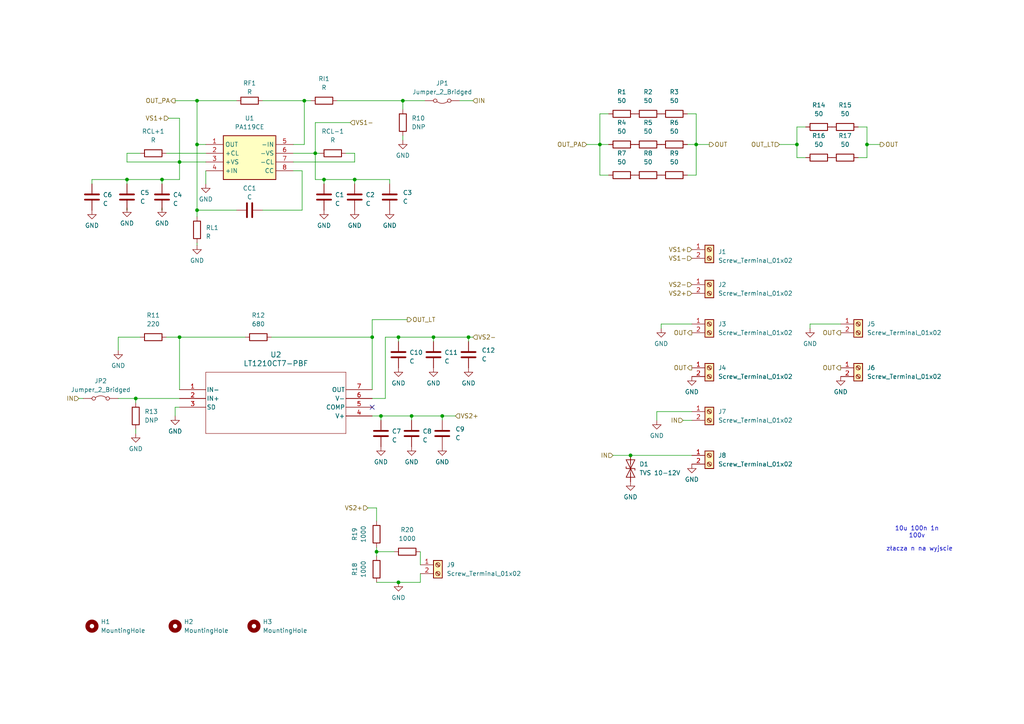
<source format=kicad_sch>
(kicad_sch
	(version 20250114)
	(generator "eeschema")
	(generator_version "9.0")
	(uuid "d123aecc-ef78-4487-96f0-a5969734e201")
	(paper "A4")
	(lib_symbols
		(symbol "Connector:Screw_Terminal_01x02"
			(pin_names
				(offset 1.016)
				(hide yes)
			)
			(exclude_from_sim no)
			(in_bom yes)
			(on_board yes)
			(property "Reference" "J"
				(at 0 2.54 0)
				(effects
					(font
						(size 1.27 1.27)
					)
				)
			)
			(property "Value" "Screw_Terminal_01x02"
				(at 0 -5.08 0)
				(effects
					(font
						(size 1.27 1.27)
					)
				)
			)
			(property "Footprint" ""
				(at 0 0 0)
				(effects
					(font
						(size 1.27 1.27)
					)
					(hide yes)
				)
			)
			(property "Datasheet" "~"
				(at 0 0 0)
				(effects
					(font
						(size 1.27 1.27)
					)
					(hide yes)
				)
			)
			(property "Description" "Generic screw terminal, single row, 01x02, script generated (kicad-library-utils/schlib/autogen/connector/)"
				(at 0 0 0)
				(effects
					(font
						(size 1.27 1.27)
					)
					(hide yes)
				)
			)
			(property "ki_keywords" "screw terminal"
				(at 0 0 0)
				(effects
					(font
						(size 1.27 1.27)
					)
					(hide yes)
				)
			)
			(property "ki_fp_filters" "TerminalBlock*:*"
				(at 0 0 0)
				(effects
					(font
						(size 1.27 1.27)
					)
					(hide yes)
				)
			)
			(symbol "Screw_Terminal_01x02_1_1"
				(rectangle
					(start -1.27 1.27)
					(end 1.27 -3.81)
					(stroke
						(width 0.254)
						(type default)
					)
					(fill
						(type background)
					)
				)
				(polyline
					(pts
						(xy -0.5334 0.3302) (xy 0.3302 -0.508)
					)
					(stroke
						(width 0.1524)
						(type default)
					)
					(fill
						(type none)
					)
				)
				(polyline
					(pts
						(xy -0.5334 -2.2098) (xy 0.3302 -3.048)
					)
					(stroke
						(width 0.1524)
						(type default)
					)
					(fill
						(type none)
					)
				)
				(polyline
					(pts
						(xy -0.3556 0.508) (xy 0.508 -0.3302)
					)
					(stroke
						(width 0.1524)
						(type default)
					)
					(fill
						(type none)
					)
				)
				(polyline
					(pts
						(xy -0.3556 -2.032) (xy 0.508 -2.8702)
					)
					(stroke
						(width 0.1524)
						(type default)
					)
					(fill
						(type none)
					)
				)
				(circle
					(center 0 0)
					(radius 0.635)
					(stroke
						(width 0.1524)
						(type default)
					)
					(fill
						(type none)
					)
				)
				(circle
					(center 0 -2.54)
					(radius 0.635)
					(stroke
						(width 0.1524)
						(type default)
					)
					(fill
						(type none)
					)
				)
				(pin passive line
					(at -5.08 0 0)
					(length 3.81)
					(name "Pin_1"
						(effects
							(font
								(size 1.27 1.27)
							)
						)
					)
					(number "1"
						(effects
							(font
								(size 1.27 1.27)
							)
						)
					)
				)
				(pin passive line
					(at -5.08 -2.54 0)
					(length 3.81)
					(name "Pin_2"
						(effects
							(font
								(size 1.27 1.27)
							)
						)
					)
					(number "2"
						(effects
							(font
								(size 1.27 1.27)
							)
						)
					)
				)
			)
			(embedded_fonts no)
		)
		(symbol "Device:C"
			(pin_numbers
				(hide yes)
			)
			(pin_names
				(offset 0.254)
			)
			(exclude_from_sim no)
			(in_bom yes)
			(on_board yes)
			(property "Reference" "C"
				(at 0.635 2.54 0)
				(effects
					(font
						(size 1.27 1.27)
					)
					(justify left)
				)
			)
			(property "Value" "C"
				(at 0.635 -2.54 0)
				(effects
					(font
						(size 1.27 1.27)
					)
					(justify left)
				)
			)
			(property "Footprint" ""
				(at 0.9652 -3.81 0)
				(effects
					(font
						(size 1.27 1.27)
					)
					(hide yes)
				)
			)
			(property "Datasheet" "~"
				(at 0 0 0)
				(effects
					(font
						(size 1.27 1.27)
					)
					(hide yes)
				)
			)
			(property "Description" "Unpolarized capacitor"
				(at 0 0 0)
				(effects
					(font
						(size 1.27 1.27)
					)
					(hide yes)
				)
			)
			(property "ki_keywords" "cap capacitor"
				(at 0 0 0)
				(effects
					(font
						(size 1.27 1.27)
					)
					(hide yes)
				)
			)
			(property "ki_fp_filters" "C_*"
				(at 0 0 0)
				(effects
					(font
						(size 1.27 1.27)
					)
					(hide yes)
				)
			)
			(symbol "C_0_1"
				(polyline
					(pts
						(xy -2.032 0.762) (xy 2.032 0.762)
					)
					(stroke
						(width 0.508)
						(type default)
					)
					(fill
						(type none)
					)
				)
				(polyline
					(pts
						(xy -2.032 -0.762) (xy 2.032 -0.762)
					)
					(stroke
						(width 0.508)
						(type default)
					)
					(fill
						(type none)
					)
				)
			)
			(symbol "C_1_1"
				(pin passive line
					(at 0 3.81 270)
					(length 2.794)
					(name "~"
						(effects
							(font
								(size 1.27 1.27)
							)
						)
					)
					(number "1"
						(effects
							(font
								(size 1.27 1.27)
							)
						)
					)
				)
				(pin passive line
					(at 0 -3.81 90)
					(length 2.794)
					(name "~"
						(effects
							(font
								(size 1.27 1.27)
							)
						)
					)
					(number "2"
						(effects
							(font
								(size 1.27 1.27)
							)
						)
					)
				)
			)
			(embedded_fonts no)
		)
		(symbol "Device:R"
			(pin_numbers
				(hide yes)
			)
			(pin_names
				(offset 0)
			)
			(exclude_from_sim no)
			(in_bom yes)
			(on_board yes)
			(property "Reference" "R"
				(at 2.032 0 90)
				(effects
					(font
						(size 1.27 1.27)
					)
				)
			)
			(property "Value" "R"
				(at 0 0 90)
				(effects
					(font
						(size 1.27 1.27)
					)
				)
			)
			(property "Footprint" ""
				(at -1.778 0 90)
				(effects
					(font
						(size 1.27 1.27)
					)
					(hide yes)
				)
			)
			(property "Datasheet" "~"
				(at 0 0 0)
				(effects
					(font
						(size 1.27 1.27)
					)
					(hide yes)
				)
			)
			(property "Description" "Resistor"
				(at 0 0 0)
				(effects
					(font
						(size 1.27 1.27)
					)
					(hide yes)
				)
			)
			(property "ki_keywords" "R res resistor"
				(at 0 0 0)
				(effects
					(font
						(size 1.27 1.27)
					)
					(hide yes)
				)
			)
			(property "ki_fp_filters" "R_*"
				(at 0 0 0)
				(effects
					(font
						(size 1.27 1.27)
					)
					(hide yes)
				)
			)
			(symbol "R_0_1"
				(rectangle
					(start -1.016 -2.54)
					(end 1.016 2.54)
					(stroke
						(width 0.254)
						(type default)
					)
					(fill
						(type none)
					)
				)
			)
			(symbol "R_1_1"
				(pin passive line
					(at 0 3.81 270)
					(length 1.27)
					(name "~"
						(effects
							(font
								(size 1.27 1.27)
							)
						)
					)
					(number "1"
						(effects
							(font
								(size 1.27 1.27)
							)
						)
					)
				)
				(pin passive line
					(at 0 -3.81 90)
					(length 1.27)
					(name "~"
						(effects
							(font
								(size 1.27 1.27)
							)
						)
					)
					(number "2"
						(effects
							(font
								(size 1.27 1.27)
							)
						)
					)
				)
			)
			(embedded_fonts no)
		)
		(symbol "Diode:SD12_SOD323"
			(pin_numbers
				(hide yes)
			)
			(pin_names
				(offset 1.016)
				(hide yes)
			)
			(exclude_from_sim no)
			(in_bom yes)
			(on_board yes)
			(property "Reference" "D"
				(at 0 2.54 0)
				(effects
					(font
						(size 1.27 1.27)
					)
				)
			)
			(property "Value" "SD12_SOD323"
				(at 0 -2.54 0)
				(effects
					(font
						(size 1.27 1.27)
					)
				)
			)
			(property "Footprint" "Diode_SMD:D_SOD-323"
				(at 0 -5.08 0)
				(effects
					(font
						(size 1.27 1.27)
					)
					(hide yes)
				)
			)
			(property "Datasheet" "https://www.littelfuse.com/~/media/electronics/datasheets/tvs_diode_arrays/littelfuse_tvs_diode_array_sd_c_datasheet.pdf.pdf"
				(at 0 0 0)
				(effects
					(font
						(size 1.27 1.27)
					)
					(hide yes)
				)
			)
			(property "Description" "12V, 450W Discrete Bidirectional TVS Diode, SOD-323"
				(at 0 0 0)
				(effects
					(font
						(size 1.27 1.27)
					)
					(hide yes)
				)
			)
			(property "ki_keywords" "transient voltage suppressor thyrector transil"
				(at 0 0 0)
				(effects
					(font
						(size 1.27 1.27)
					)
					(hide yes)
				)
			)
			(property "ki_fp_filters" "D?SOD?323*"
				(at 0 0 0)
				(effects
					(font
						(size 1.27 1.27)
					)
					(hide yes)
				)
			)
			(symbol "SD12_SOD323_0_1"
				(polyline
					(pts
						(xy -2.54 -1.27) (xy 0 0) (xy -2.54 1.27) (xy -2.54 -1.27)
					)
					(stroke
						(width 0.2032)
						(type default)
					)
					(fill
						(type none)
					)
				)
				(polyline
					(pts
						(xy 0.508 1.27) (xy 0 1.27) (xy 0 -1.27) (xy -0.508 -1.27)
					)
					(stroke
						(width 0.2032)
						(type default)
					)
					(fill
						(type none)
					)
				)
				(polyline
					(pts
						(xy 1.27 0) (xy -1.27 0)
					)
					(stroke
						(width 0)
						(type default)
					)
					(fill
						(type none)
					)
				)
				(polyline
					(pts
						(xy 2.54 1.27) (xy 2.54 -1.27) (xy 0 0) (xy 2.54 1.27)
					)
					(stroke
						(width 0.2032)
						(type default)
					)
					(fill
						(type none)
					)
				)
			)
			(symbol "SD12_SOD323_1_1"
				(pin passive line
					(at -3.81 0 0)
					(length 2.54)
					(name "A1"
						(effects
							(font
								(size 1.27 1.27)
							)
						)
					)
					(number "1"
						(effects
							(font
								(size 1.27 1.27)
							)
						)
					)
				)
				(pin passive line
					(at 3.81 0 180)
					(length 2.54)
					(name "A2"
						(effects
							(font
								(size 1.27 1.27)
							)
						)
					)
					(number "2"
						(effects
							(font
								(size 1.27 1.27)
							)
						)
					)
				)
			)
			(embedded_fonts no)
		)
		(symbol "Jumper:Jumper_2_Bridged"
			(pin_numbers
				(hide yes)
			)
			(pin_names
				(offset 0)
				(hide yes)
			)
			(exclude_from_sim yes)
			(in_bom yes)
			(on_board yes)
			(property "Reference" "JP"
				(at 0 1.905 0)
				(effects
					(font
						(size 1.27 1.27)
					)
				)
			)
			(property "Value" "Jumper_2_Bridged"
				(at 0 -2.54 0)
				(effects
					(font
						(size 1.27 1.27)
					)
				)
			)
			(property "Footprint" ""
				(at 0 0 0)
				(effects
					(font
						(size 1.27 1.27)
					)
					(hide yes)
				)
			)
			(property "Datasheet" "~"
				(at 0 0 0)
				(effects
					(font
						(size 1.27 1.27)
					)
					(hide yes)
				)
			)
			(property "Description" "Jumper, 2-pole, closed/bridged"
				(at 0 0 0)
				(effects
					(font
						(size 1.27 1.27)
					)
					(hide yes)
				)
			)
			(property "ki_keywords" "Jumper SPST"
				(at 0 0 0)
				(effects
					(font
						(size 1.27 1.27)
					)
					(hide yes)
				)
			)
			(property "ki_fp_filters" "Jumper* TestPoint*2Pads* TestPoint*Bridge*"
				(at 0 0 0)
				(effects
					(font
						(size 1.27 1.27)
					)
					(hide yes)
				)
			)
			(symbol "Jumper_2_Bridged_0_0"
				(circle
					(center -2.032 0)
					(radius 0.508)
					(stroke
						(width 0)
						(type default)
					)
					(fill
						(type none)
					)
				)
				(circle
					(center 2.032 0)
					(radius 0.508)
					(stroke
						(width 0)
						(type default)
					)
					(fill
						(type none)
					)
				)
			)
			(symbol "Jumper_2_Bridged_0_1"
				(arc
					(start -1.524 0.254)
					(mid 0 0.762)
					(end 1.524 0.254)
					(stroke
						(width 0)
						(type default)
					)
					(fill
						(type none)
					)
				)
			)
			(symbol "Jumper_2_Bridged_1_1"
				(pin passive line
					(at -5.08 0 0)
					(length 2.54)
					(name "A"
						(effects
							(font
								(size 1.27 1.27)
							)
						)
					)
					(number "1"
						(effects
							(font
								(size 1.27 1.27)
							)
						)
					)
				)
				(pin passive line
					(at 5.08 0 180)
					(length 2.54)
					(name "B"
						(effects
							(font
								(size 1.27 1.27)
							)
						)
					)
					(number "2"
						(effects
							(font
								(size 1.27 1.27)
							)
						)
					)
				)
			)
			(embedded_fonts no)
		)
		(symbol "LT1210:LT1210CT7-PBF"
			(pin_names
				(offset 0.254)
			)
			(exclude_from_sim no)
			(in_bom yes)
			(on_board yes)
			(property "Reference" "U"
				(at 27.94 10.16 0)
				(effects
					(font
						(size 1.524 1.524)
					)
				)
			)
			(property "Value" "LT1210CT7-PBF"
				(at 27.94 7.62 0)
				(effects
					(font
						(size 1.524 1.524)
					)
				)
			)
			(property "Footprint" "TO220-7_T_LIT"
				(at 0 0 0)
				(effects
					(font
						(size 1.27 1.27)
						(italic yes)
					)
					(hide yes)
				)
			)
			(property "Datasheet" "LT1210CT7-PBF"
				(at 0 0 0)
				(effects
					(font
						(size 1.27 1.27)
						(italic yes)
					)
					(hide yes)
				)
			)
			(property "Description" ""
				(at 0 0 0)
				(effects
					(font
						(size 1.27 1.27)
					)
					(hide yes)
				)
			)
			(property "ki_locked" ""
				(at 0 0 0)
				(effects
					(font
						(size 1.27 1.27)
					)
				)
			)
			(property "ki_keywords" "LT1210CT7#PBF"
				(at 0 0 0)
				(effects
					(font
						(size 1.27 1.27)
					)
					(hide yes)
				)
			)
			(property "ki_fp_filters" "TO220-7_T_LIT"
				(at 0 0 0)
				(effects
					(font
						(size 1.27 1.27)
					)
					(hide yes)
				)
			)
			(symbol "LT1210CT7-PBF_0_1"
				(polyline
					(pts
						(xy 7.62 5.08) (xy 7.62 -12.7)
					)
					(stroke
						(width 0.127)
						(type default)
					)
					(fill
						(type none)
					)
				)
				(polyline
					(pts
						(xy 7.62 -12.7) (xy 48.26 -12.7)
					)
					(stroke
						(width 0.127)
						(type default)
					)
					(fill
						(type none)
					)
				)
				(polyline
					(pts
						(xy 48.26 5.08) (xy 7.62 5.08)
					)
					(stroke
						(width 0.127)
						(type default)
					)
					(fill
						(type none)
					)
				)
				(polyline
					(pts
						(xy 48.26 -12.7) (xy 48.26 5.08)
					)
					(stroke
						(width 0.127)
						(type default)
					)
					(fill
						(type none)
					)
				)
				(pin input line
					(at 0 0 0)
					(length 7.62)
					(name "IN-"
						(effects
							(font
								(size 1.27 1.27)
							)
						)
					)
					(number "1"
						(effects
							(font
								(size 1.27 1.27)
							)
						)
					)
				)
				(pin input line
					(at 0 -2.54 0)
					(length 7.62)
					(name "IN+"
						(effects
							(font
								(size 1.27 1.27)
							)
						)
					)
					(number "2"
						(effects
							(font
								(size 1.27 1.27)
							)
						)
					)
				)
				(pin unspecified line
					(at 0 -5.08 0)
					(length 7.62)
					(name "SD"
						(effects
							(font
								(size 1.27 1.27)
							)
						)
					)
					(number "3"
						(effects
							(font
								(size 1.27 1.27)
							)
						)
					)
				)
				(pin output line
					(at 55.88 0 180)
					(length 7.62)
					(name "OUT"
						(effects
							(font
								(size 1.27 1.27)
							)
						)
					)
					(number "7"
						(effects
							(font
								(size 1.27 1.27)
							)
						)
					)
				)
				(pin power_in line
					(at 55.88 -2.54 180)
					(length 7.62)
					(name "V-"
						(effects
							(font
								(size 1.27 1.27)
							)
						)
					)
					(number "6"
						(effects
							(font
								(size 1.27 1.27)
							)
						)
					)
				)
				(pin unspecified line
					(at 55.88 -5.08 180)
					(length 7.62)
					(name "COMP"
						(effects
							(font
								(size 1.27 1.27)
							)
						)
					)
					(number "5"
						(effects
							(font
								(size 1.27 1.27)
							)
						)
					)
				)
				(pin power_in line
					(at 55.88 -7.62 180)
					(length 7.62)
					(name "V+"
						(effects
							(font
								(size 1.27 1.27)
							)
						)
					)
					(number "4"
						(effects
							(font
								(size 1.27 1.27)
							)
						)
					)
				)
			)
			(embedded_fonts no)
		)
		(symbol "Mechanical:MountingHole"
			(pin_names
				(offset 1.016)
			)
			(exclude_from_sim yes)
			(in_bom no)
			(on_board yes)
			(property "Reference" "H"
				(at 0 5.08 0)
				(effects
					(font
						(size 1.27 1.27)
					)
				)
			)
			(property "Value" "MountingHole"
				(at 0 3.175 0)
				(effects
					(font
						(size 1.27 1.27)
					)
				)
			)
			(property "Footprint" ""
				(at 0 0 0)
				(effects
					(font
						(size 1.27 1.27)
					)
					(hide yes)
				)
			)
			(property "Datasheet" "~"
				(at 0 0 0)
				(effects
					(font
						(size 1.27 1.27)
					)
					(hide yes)
				)
			)
			(property "Description" "Mounting Hole without connection"
				(at 0 0 0)
				(effects
					(font
						(size 1.27 1.27)
					)
					(hide yes)
				)
			)
			(property "ki_keywords" "mounting hole"
				(at 0 0 0)
				(effects
					(font
						(size 1.27 1.27)
					)
					(hide yes)
				)
			)
			(property "ki_fp_filters" "MountingHole*"
				(at 0 0 0)
				(effects
					(font
						(size 1.27 1.27)
					)
					(hide yes)
				)
			)
			(symbol "MountingHole_0_1"
				(circle
					(center 0 0)
					(radius 1.27)
					(stroke
						(width 1.27)
						(type default)
					)
					(fill
						(type none)
					)
				)
			)
			(embedded_fonts no)
		)
		(symbol "PA119:PA119CE"
			(exclude_from_sim no)
			(in_bom yes)
			(on_board yes)
			(property "Reference" "IC"
				(at 21.59 7.62 0)
				(effects
					(font
						(size 1.27 1.27)
					)
					(justify left top)
				)
			)
			(property "Value" "PA119CE"
				(at 21.59 5.08 0)
				(effects
					(font
						(size 1.27 1.27)
					)
					(justify left top)
				)
			)
			(property "Footprint" "PA08"
				(at 21.59 -94.92 0)
				(effects
					(font
						(size 1.27 1.27)
					)
					(justify left top)
					(hide yes)
				)
			)
			(property "Datasheet" "https://www.apexanalog.com/resources/products/pa119u.pdf"
				(at 21.59 -194.92 0)
				(effects
					(font
						(size 1.27 1.27)
					)
					(justify left top)
					(hide yes)
				)
			)
			(property "Description" "Operational Amplifiers - Op Amps Linear OpAmp, 80V, 5A, Video"
				(at 0 0 0)
				(effects
					(font
						(size 1.27 1.27)
					)
					(hide yes)
				)
			)
			(property "Height" "6.4"
				(at 21.59 -394.92 0)
				(effects
					(font
						(size 1.27 1.27)
					)
					(justify left top)
					(hide yes)
				)
			)
			(property "Mouser Part Number" "137-PA119CE"
				(at 21.59 -494.92 0)
				(effects
					(font
						(size 1.27 1.27)
					)
					(justify left top)
					(hide yes)
				)
			)
			(property "Mouser Price/Stock" "https://www.mouser.co.uk/ProductDetail/Apex-Microtechnology/PA119CE?qs=TiOZkKH1s2R%2FdOjIq%252B0GtQ%3D%3D"
				(at 21.59 -594.92 0)
				(effects
					(font
						(size 1.27 1.27)
					)
					(justify left top)
					(hide yes)
				)
			)
			(property "Manufacturer_Name" "Apex Microtechnology"
				(at 21.59 -694.92 0)
				(effects
					(font
						(size 1.27 1.27)
					)
					(justify left top)
					(hide yes)
				)
			)
			(property "Manufacturer_Part_Number" "PA119CE"
				(at 21.59 -794.92 0)
				(effects
					(font
						(size 1.27 1.27)
					)
					(justify left top)
					(hide yes)
				)
			)
			(symbol "PA119CE_1_1"
				(rectangle
					(start 5.08 2.54)
					(end 20.32 -10.16)
					(stroke
						(width 0.254)
						(type default)
					)
					(fill
						(type background)
					)
				)
				(pin passive line
					(at 0 0 0)
					(length 5.08)
					(name "OUT"
						(effects
							(font
								(size 1.27 1.27)
							)
						)
					)
					(number "1"
						(effects
							(font
								(size 1.27 1.27)
							)
						)
					)
				)
				(pin passive line
					(at 0 -2.54 0)
					(length 5.08)
					(name "+CL"
						(effects
							(font
								(size 1.27 1.27)
							)
						)
					)
					(number "2"
						(effects
							(font
								(size 1.27 1.27)
							)
						)
					)
				)
				(pin passive line
					(at 0 -5.08 0)
					(length 5.08)
					(name "+VS"
						(effects
							(font
								(size 1.27 1.27)
							)
						)
					)
					(number "3"
						(effects
							(font
								(size 1.27 1.27)
							)
						)
					)
				)
				(pin passive line
					(at 0 -7.62 0)
					(length 5.08)
					(name "+IN"
						(effects
							(font
								(size 1.27 1.27)
							)
						)
					)
					(number "4"
						(effects
							(font
								(size 1.27 1.27)
							)
						)
					)
				)
				(pin passive line
					(at 25.4 0 180)
					(length 5.08)
					(name "-IN"
						(effects
							(font
								(size 1.27 1.27)
							)
						)
					)
					(number "5"
						(effects
							(font
								(size 1.27 1.27)
							)
						)
					)
				)
				(pin passive line
					(at 25.4 -2.54 180)
					(length 5.08)
					(name "-VS"
						(effects
							(font
								(size 1.27 1.27)
							)
						)
					)
					(number "6"
						(effects
							(font
								(size 1.27 1.27)
							)
						)
					)
				)
				(pin passive line
					(at 25.4 -5.08 180)
					(length 5.08)
					(name "-CL"
						(effects
							(font
								(size 1.27 1.27)
							)
						)
					)
					(number "7"
						(effects
							(font
								(size 1.27 1.27)
							)
						)
					)
				)
				(pin passive line
					(at 25.4 -7.62 180)
					(length 5.08)
					(name "CC"
						(effects
							(font
								(size 1.27 1.27)
							)
						)
					)
					(number "8"
						(effects
							(font
								(size 1.27 1.27)
							)
						)
					)
				)
			)
			(embedded_fonts no)
		)
		(symbol "power:GND"
			(power)
			(pin_names
				(offset 0)
			)
			(exclude_from_sim no)
			(in_bom yes)
			(on_board yes)
			(property "Reference" "#PWR"
				(at 0 -6.35 0)
				(effects
					(font
						(size 1.27 1.27)
					)
					(hide yes)
				)
			)
			(property "Value" "GND"
				(at 0 -3.81 0)
				(effects
					(font
						(size 1.27 1.27)
					)
				)
			)
			(property "Footprint" ""
				(at 0 0 0)
				(effects
					(font
						(size 1.27 1.27)
					)
					(hide yes)
				)
			)
			(property "Datasheet" ""
				(at 0 0 0)
				(effects
					(font
						(size 1.27 1.27)
					)
					(hide yes)
				)
			)
			(property "Description" "Power symbol creates a global label with name \"GND\" , ground"
				(at 0 0 0)
				(effects
					(font
						(size 1.27 1.27)
					)
					(hide yes)
				)
			)
			(property "ki_keywords" "global power"
				(at 0 0 0)
				(effects
					(font
						(size 1.27 1.27)
					)
					(hide yes)
				)
			)
			(symbol "GND_0_1"
				(polyline
					(pts
						(xy 0 0) (xy 0 -1.27) (xy 1.27 -1.27) (xy 0 -2.54) (xy -1.27 -1.27) (xy 0 -1.27)
					)
					(stroke
						(width 0)
						(type default)
					)
					(fill
						(type none)
					)
				)
			)
			(symbol "GND_1_1"
				(pin power_in line
					(at 0 0 270)
					(length 0)
					(hide yes)
					(name "GND"
						(effects
							(font
								(size 1.27 1.27)
							)
						)
					)
					(number "1"
						(effects
							(font
								(size 1.27 1.27)
							)
						)
					)
				)
			)
			(embedded_fonts no)
		)
	)
	(text "10u 100n 1n\n100v\n"
		(exclude_from_sim no)
		(at 265.938 154.432 0)
		(effects
			(font
				(size 1.27 1.27)
			)
		)
		(uuid "4eac4a41-9d03-4af2-af06-65277c2a7ffb")
	)
	(text "złacza n na wyjscie\n"
		(exclude_from_sim no)
		(at 266.7 159.258 0)
		(effects
			(font
				(size 1.27 1.27)
			)
		)
		(uuid "68cde9d7-4001-48e2-b873-f4b82f26c404")
	)
	(junction
		(at 52.07 46.99)
		(diameter 0)
		(color 0 0 0 0)
		(uuid "1d040047-5770-4002-8a79-62917d59b7bf")
	)
	(junction
		(at 128.27 120.65)
		(diameter 0)
		(color 0 0 0 0)
		(uuid "1f0e6835-8c5d-4dce-b129-8a7c1a757f51")
	)
	(junction
		(at 57.15 29.21)
		(diameter 0)
		(color 0 0 0 0)
		(uuid "200d056f-e899-4964-a7fa-12665c7f04af")
	)
	(junction
		(at 201.93 41.91)
		(diameter 0)
		(color 0 0 0 0)
		(uuid "205ef53b-9886-4c9b-b6e2-6726258d66ef")
	)
	(junction
		(at 125.73 97.79)
		(diameter 0)
		(color 0 0 0 0)
		(uuid "353d72b9-9482-49fe-bf17-05a10ba7b5a5")
	)
	(junction
		(at 36.83 52.07)
		(diameter 0)
		(color 0 0 0 0)
		(uuid "4462b225-b1f2-4d1c-91cb-d5808c4faabd")
	)
	(junction
		(at 231.14 41.91)
		(diameter 0)
		(color 0 0 0 0)
		(uuid "46e6678a-2e9e-4cf1-b73a-f9e60d721f54")
	)
	(junction
		(at 173.99 41.91)
		(diameter 0)
		(color 0 0 0 0)
		(uuid "49fd39f0-9e6b-4268-86fb-b98ffc752387")
	)
	(junction
		(at 93.98 52.07)
		(diameter 0)
		(color 0 0 0 0)
		(uuid "4d32b7a0-a57a-4789-a100-8c0e1725d1f0")
	)
	(junction
		(at 182.88 132.08)
		(diameter 0)
		(color 0 0 0 0)
		(uuid "574807a3-d5b3-4c05-99d0-6e05947f2a4b")
	)
	(junction
		(at 110.49 120.65)
		(diameter 0)
		(color 0 0 0 0)
		(uuid "5c1d7d1c-897e-468b-8e39-1d0a2d106e11")
	)
	(junction
		(at 39.37 115.57)
		(diameter 0)
		(color 0 0 0 0)
		(uuid "6d2915b4-fac7-48fd-83ca-c34533eaea44")
	)
	(junction
		(at 46.99 52.07)
		(diameter 0)
		(color 0 0 0 0)
		(uuid "74926529-d24b-4b7d-a469-a77b4589eea6")
	)
	(junction
		(at 119.38 120.65)
		(diameter 0)
		(color 0 0 0 0)
		(uuid "77a3696f-088a-4735-bd7a-39db100dc3dd")
	)
	(junction
		(at 91.44 44.45)
		(diameter 0)
		(color 0 0 0 0)
		(uuid "85f0d58d-ab5c-4690-ae88-1d69e8941d86")
	)
	(junction
		(at 251.46 41.91)
		(diameter 0)
		(color 0 0 0 0)
		(uuid "9241640b-8445-4d79-b540-04c78316a7c3")
	)
	(junction
		(at 88.265 29.21)
		(diameter 0)
		(color 0 0 0 0)
		(uuid "99dc10da-1062-4cbe-8c03-5be7bb00cd32")
	)
	(junction
		(at 57.15 60.96)
		(diameter 0)
		(color 0 0 0 0)
		(uuid "a418e554-6366-4acc-b7f7-c61345b1caa3")
	)
	(junction
		(at 109.22 160.02)
		(diameter 0)
		(color 0 0 0 0)
		(uuid "b21c30a5-157a-49c5-a6a7-da66c7a331ba")
	)
	(junction
		(at 115.57 168.91)
		(diameter 0)
		(color 0 0 0 0)
		(uuid "b7201943-92ea-455f-ada9-68d62a56707a")
	)
	(junction
		(at 116.84 29.21)
		(diameter 0)
		(color 0 0 0 0)
		(uuid "b9dc2da7-da29-42fd-8d6d-9a0022eeb4bf")
	)
	(junction
		(at 57.15 41.91)
		(diameter 0)
		(color 0 0 0 0)
		(uuid "b9e5f4ef-a49e-49cd-8d6c-ad2099fb4db9")
	)
	(junction
		(at 102.87 52.07)
		(diameter 0)
		(color 0 0 0 0)
		(uuid "bef5cff9-2230-4a68-81bc-e055a7008954")
	)
	(junction
		(at 135.89 97.79)
		(diameter 0)
		(color 0 0 0 0)
		(uuid "cc43222e-4e23-4cb7-a518-f34e5ae73bda")
	)
	(junction
		(at 52.07 97.79)
		(diameter 0)
		(color 0 0 0 0)
		(uuid "d4273dbf-79e3-4c93-9f67-e87395e472a8")
	)
	(junction
		(at 107.95 97.79)
		(diameter 0)
		(color 0 0 0 0)
		(uuid "e3474c01-10e0-4b1c-a2fb-d9a5e4496d42")
	)
	(junction
		(at 115.57 97.79)
		(diameter 0)
		(color 0 0 0 0)
		(uuid "f5c5ad86-4d8d-4a79-bf1b-5adf56a22f4e")
	)
	(no_connect
		(at 107.95 118.11)
		(uuid "2321bc35-cc61-490d-86cc-d97e9116803e")
	)
	(wire
		(pts
			(xy 52.07 97.79) (xy 52.07 113.03)
		)
		(stroke
			(width 0)
			(type default)
		)
		(uuid "0045fe54-27cb-4ef7-abe9-4ea13188bd29")
	)
	(wire
		(pts
			(xy 125.73 99.06) (xy 125.73 97.79)
		)
		(stroke
			(width 0)
			(type default)
		)
		(uuid "0131648f-9df0-4320-8135-b1bfe5ef33c7")
	)
	(wire
		(pts
			(xy 97.79 29.21) (xy 116.84 29.21)
		)
		(stroke
			(width 0)
			(type default)
		)
		(uuid "0734c42b-3d39-4b91-a45b-fc2a2c152501")
	)
	(wire
		(pts
			(xy 198.12 121.92) (xy 200.66 121.92)
		)
		(stroke
			(width 0)
			(type default)
		)
		(uuid "0b2df4ad-fa23-40db-8ede-3ca3fdf6064d")
	)
	(wire
		(pts
			(xy 199.39 33.02) (xy 201.93 33.02)
		)
		(stroke
			(width 0)
			(type default)
		)
		(uuid "0b82d48f-0f20-4a72-a8a1-01703a3b08f3")
	)
	(wire
		(pts
			(xy 109.22 158.75) (xy 109.22 160.02)
		)
		(stroke
			(width 0)
			(type default)
		)
		(uuid "0b8362a8-642c-49b2-9589-23441d34af4f")
	)
	(wire
		(pts
			(xy 121.92 168.91) (xy 115.57 168.91)
		)
		(stroke
			(width 0)
			(type default)
		)
		(uuid "0f68242f-1604-4df2-b733-f30982bd03cb")
	)
	(wire
		(pts
			(xy 48.895 34.29) (xy 52.07 34.29)
		)
		(stroke
			(width 0)
			(type default)
		)
		(uuid "0fb33022-ef33-4f02-be2f-530ac6e21e7b")
	)
	(wire
		(pts
			(xy 116.84 40.64) (xy 116.84 39.37)
		)
		(stroke
			(width 0)
			(type default)
		)
		(uuid "1079dce9-921b-41d0-8dfc-6a2c35a947f4")
	)
	(wire
		(pts
			(xy 234.95 93.98) (xy 234.95 95.25)
		)
		(stroke
			(width 0)
			(type default)
		)
		(uuid "12b01f25-2ffe-465e-904e-9ecc55847573")
	)
	(wire
		(pts
			(xy 57.15 41.91) (xy 59.69 41.91)
		)
		(stroke
			(width 0)
			(type default)
		)
		(uuid "14737d97-370a-4671-986f-6e4fd9f621ca")
	)
	(wire
		(pts
			(xy 173.99 41.91) (xy 170.18 41.91)
		)
		(stroke
			(width 0)
			(type default)
		)
		(uuid "149685e1-cb5b-4e06-903d-0775eca8e61a")
	)
	(wire
		(pts
			(xy 107.95 115.57) (xy 111.76 115.57)
		)
		(stroke
			(width 0)
			(type default)
		)
		(uuid "19505741-420c-4cc5-baca-6f9ec6bfc35f")
	)
	(wire
		(pts
			(xy 57.15 62.865) (xy 57.15 60.96)
		)
		(stroke
			(width 0)
			(type default)
		)
		(uuid "1ba5d270-3ccc-4690-952c-2852caea3e9c")
	)
	(wire
		(pts
			(xy 200.66 119.38) (xy 190.5 119.38)
		)
		(stroke
			(width 0)
			(type default)
		)
		(uuid "1cf2bc5a-249f-4f7a-8211-a35f180e9406")
	)
	(wire
		(pts
			(xy 173.99 33.02) (xy 173.99 41.91)
		)
		(stroke
			(width 0)
			(type default)
		)
		(uuid "1e939841-2227-48c6-b661-a7b24e3ec192")
	)
	(wire
		(pts
			(xy 107.95 97.79) (xy 107.95 113.03)
		)
		(stroke
			(width 0)
			(type default)
		)
		(uuid "1f075025-1ad3-4208-b324-cee283aaacae")
	)
	(wire
		(pts
			(xy 88.265 29.21) (xy 88.265 41.91)
		)
		(stroke
			(width 0)
			(type default)
		)
		(uuid "22772c18-e5b4-4f68-9897-1c74c6f00e3c")
	)
	(wire
		(pts
			(xy 173.99 50.8) (xy 173.99 41.91)
		)
		(stroke
			(width 0)
			(type default)
		)
		(uuid "23b77af0-eee0-47dc-a1cb-dbc2dd10c41d")
	)
	(wire
		(pts
			(xy 201.93 50.8) (xy 199.39 50.8)
		)
		(stroke
			(width 0)
			(type default)
		)
		(uuid "2622f5f7-2515-4973-92c7-3275ad6365d8")
	)
	(wire
		(pts
			(xy 36.83 46.99) (xy 52.07 46.99)
		)
		(stroke
			(width 0)
			(type default)
		)
		(uuid "28ee4035-9904-4f05-a00a-5b1f40e4c362")
	)
	(wire
		(pts
			(xy 91.44 35.56) (xy 101.6 35.56)
		)
		(stroke
			(width 0)
			(type default)
		)
		(uuid "2d6b6ff5-0c1f-443d-a841-c3779e05dec8")
	)
	(wire
		(pts
			(xy 251.46 36.83) (xy 251.46 41.91)
		)
		(stroke
			(width 0)
			(type default)
		)
		(uuid "2de15035-2ce7-416e-99e6-d17fea075382")
	)
	(wire
		(pts
			(xy 88.265 29.21) (xy 90.17 29.21)
		)
		(stroke
			(width 0)
			(type default)
		)
		(uuid "2e73ab18-31ed-459a-a363-d68144a136de")
	)
	(wire
		(pts
			(xy 93.98 52.07) (xy 102.87 52.07)
		)
		(stroke
			(width 0)
			(type default)
		)
		(uuid "2f3af8aa-565e-4465-870e-9cde72c57a6d")
	)
	(wire
		(pts
			(xy 231.14 36.83) (xy 231.14 41.91)
		)
		(stroke
			(width 0)
			(type default)
		)
		(uuid "306bfa59-e6e1-4f03-8680-ebe25bf92e0c")
	)
	(wire
		(pts
			(xy 233.68 36.83) (xy 231.14 36.83)
		)
		(stroke
			(width 0)
			(type default)
		)
		(uuid "31043985-b659-45b9-8d69-0fb499033e6b")
	)
	(wire
		(pts
			(xy 46.99 52.07) (xy 52.07 52.07)
		)
		(stroke
			(width 0)
			(type default)
		)
		(uuid "34748ed4-5067-4449-8186-0b95b39bb6c5")
	)
	(wire
		(pts
			(xy 102.87 52.07) (xy 102.87 53.34)
		)
		(stroke
			(width 0)
			(type default)
		)
		(uuid "3488a377-97c3-4e99-b040-c197f720c8fe")
	)
	(wire
		(pts
			(xy 107.95 92.71) (xy 107.95 97.79)
		)
		(stroke
			(width 0)
			(type default)
		)
		(uuid "34ae58db-3afc-40d9-b799-6be7feaf7b6b")
	)
	(wire
		(pts
			(xy 107.95 120.65) (xy 110.49 120.65)
		)
		(stroke
			(width 0)
			(type default)
		)
		(uuid "352c9313-fdd2-4763-8f69-973b39b74360")
	)
	(wire
		(pts
			(xy 85.09 49.53) (xy 87.63 49.53)
		)
		(stroke
			(width 0)
			(type default)
		)
		(uuid "3746a152-524c-4f44-8305-877986783b67")
	)
	(wire
		(pts
			(xy 52.07 46.99) (xy 59.69 46.99)
		)
		(stroke
			(width 0)
			(type default)
		)
		(uuid "39860eda-5c7d-4aad-b60f-5d9a5ff5e51d")
	)
	(wire
		(pts
			(xy 135.89 97.79) (xy 137.16 97.79)
		)
		(stroke
			(width 0)
			(type default)
		)
		(uuid "3b0c4eb5-f2d4-499c-aadb-416b7300b516")
	)
	(wire
		(pts
			(xy 135.89 97.79) (xy 135.89 99.06)
		)
		(stroke
			(width 0)
			(type default)
		)
		(uuid "3bebc15f-69b0-485d-b06d-b09814f30dfd")
	)
	(wire
		(pts
			(xy 182.88 132.08) (xy 200.66 132.08)
		)
		(stroke
			(width 0)
			(type default)
		)
		(uuid "3c099d90-fe4e-476a-a3bd-bd8d36af81fb")
	)
	(wire
		(pts
			(xy 231.14 41.91) (xy 226.06 41.91)
		)
		(stroke
			(width 0)
			(type default)
		)
		(uuid "416223d1-f0a6-46e8-a3f4-46d0c3ee5042")
	)
	(wire
		(pts
			(xy 87.63 60.96) (xy 76.2 60.96)
		)
		(stroke
			(width 0)
			(type default)
		)
		(uuid "42e8d7f3-e647-48a5-9a1c-2bf5284f4c9b")
	)
	(wire
		(pts
			(xy 201.93 41.91) (xy 199.39 41.91)
		)
		(stroke
			(width 0)
			(type default)
		)
		(uuid "459390ec-08b6-4178-9bb0-6b2d376eeb25")
	)
	(wire
		(pts
			(xy 110.49 121.92) (xy 110.49 120.65)
		)
		(stroke
			(width 0)
			(type default)
		)
		(uuid "47b15b38-4999-4b87-bd9c-af375c5cbf31")
	)
	(wire
		(pts
			(xy 102.87 46.99) (xy 102.87 44.45)
		)
		(stroke
			(width 0)
			(type default)
		)
		(uuid "48d57aa1-1fa5-48ae-aed1-00ce3a823f92")
	)
	(wire
		(pts
			(xy 177.8 132.08) (xy 182.88 132.08)
		)
		(stroke
			(width 0)
			(type default)
		)
		(uuid "4f9e0858-5cc9-4242-acb3-9931f2d75262")
	)
	(wire
		(pts
			(xy 248.92 36.83) (xy 251.46 36.83)
		)
		(stroke
			(width 0)
			(type default)
		)
		(uuid "51eb84b4-d774-4833-a0f1-8582dad65e21")
	)
	(wire
		(pts
			(xy 93.98 53.34) (xy 93.98 52.07)
		)
		(stroke
			(width 0)
			(type default)
		)
		(uuid "5659dd8f-f552-4df0-83f3-11406f34731f")
	)
	(wire
		(pts
			(xy 107.95 92.71) (xy 118.11 92.71)
		)
		(stroke
			(width 0)
			(type default)
		)
		(uuid "5823458e-e0ef-40a2-a757-f442fbfcf890")
	)
	(wire
		(pts
			(xy 243.84 93.98) (xy 234.95 93.98)
		)
		(stroke
			(width 0)
			(type default)
		)
		(uuid "58e59985-6de3-4567-adc8-6840b1f3bb0e")
	)
	(wire
		(pts
			(xy 113.03 53.34) (xy 113.03 52.07)
		)
		(stroke
			(width 0)
			(type default)
		)
		(uuid "59c32314-4d89-4878-a9e9-79b874021b7d")
	)
	(wire
		(pts
			(xy 78.74 97.79) (xy 107.95 97.79)
		)
		(stroke
			(width 0)
			(type default)
		)
		(uuid "5c08a4c3-42ab-4218-8a46-ca808b672bb2")
	)
	(wire
		(pts
			(xy 201.93 33.02) (xy 201.93 41.91)
		)
		(stroke
			(width 0)
			(type default)
		)
		(uuid "5d12d701-d7cc-4700-9b21-7014fe2ecc78")
	)
	(wire
		(pts
			(xy 133.35 29.21) (xy 137.16 29.21)
		)
		(stroke
			(width 0)
			(type default)
		)
		(uuid "5d559cde-4a7e-4eeb-9c09-478e0fddee9f")
	)
	(wire
		(pts
			(xy 121.92 166.37) (xy 121.92 168.91)
		)
		(stroke
			(width 0)
			(type default)
		)
		(uuid "5e656e24-2c87-4c76-b4b2-8a7be3505667")
	)
	(wire
		(pts
			(xy 87.63 49.53) (xy 87.63 60.96)
		)
		(stroke
			(width 0)
			(type default)
		)
		(uuid "6081db84-4ae0-4f3f-8731-6c09835981b1")
	)
	(wire
		(pts
			(xy 39.37 115.57) (xy 39.37 116.84)
		)
		(stroke
			(width 0)
			(type default)
		)
		(uuid "61df5b06-1398-4943-bf15-dc9fff0b4c04")
	)
	(wire
		(pts
			(xy 68.58 60.96) (xy 57.15 60.96)
		)
		(stroke
			(width 0)
			(type default)
		)
		(uuid "663114b8-41bf-41eb-8d28-6ae6a788c527")
	)
	(wire
		(pts
			(xy 173.99 41.91) (xy 176.53 41.91)
		)
		(stroke
			(width 0)
			(type default)
		)
		(uuid "66bb98a1-d3c2-4a40-8a4f-54eb2fa1e2f3")
	)
	(wire
		(pts
			(xy 111.76 115.57) (xy 111.76 97.79)
		)
		(stroke
			(width 0)
			(type default)
		)
		(uuid "6c2591c6-b7fd-49fc-9a65-98ad3b2f3ffc")
	)
	(wire
		(pts
			(xy 57.15 60.96) (xy 57.15 41.91)
		)
		(stroke
			(width 0)
			(type default)
		)
		(uuid "6e08edc9-2b5e-4954-93fa-71a807e2d6f4")
	)
	(wire
		(pts
			(xy 85.09 44.45) (xy 91.44 44.45)
		)
		(stroke
			(width 0)
			(type default)
		)
		(uuid "700e27c3-27ac-4c27-9ebb-2cff6656c087")
	)
	(wire
		(pts
			(xy 39.37 125.73) (xy 39.37 124.46)
		)
		(stroke
			(width 0)
			(type default)
		)
		(uuid "78c0dab5-c441-4155-b5be-ada7d8d57e68")
	)
	(wire
		(pts
			(xy 40.64 97.79) (xy 34.29 97.79)
		)
		(stroke
			(width 0)
			(type default)
		)
		(uuid "7de9e886-6c85-4e21-90c0-965ad0fff58f")
	)
	(wire
		(pts
			(xy 88.265 41.91) (xy 85.09 41.91)
		)
		(stroke
			(width 0)
			(type default)
		)
		(uuid "8079e846-4bcb-48f0-aa2c-c7879cd3322f")
	)
	(wire
		(pts
			(xy 102.87 44.45) (xy 100.33 44.45)
		)
		(stroke
			(width 0)
			(type default)
		)
		(uuid "81eb5ab3-e391-4e7d-bc6f-3d05974faf81")
	)
	(wire
		(pts
			(xy 36.83 52.07) (xy 46.99 52.07)
		)
		(stroke
			(width 0)
			(type default)
		)
		(uuid "828973ab-2901-4601-8c38-8330b9b82498")
	)
	(wire
		(pts
			(xy 128.27 120.65) (xy 128.27 121.92)
		)
		(stroke
			(width 0)
			(type default)
		)
		(uuid "8322d844-c452-4a72-bc4a-425227efa040")
	)
	(wire
		(pts
			(xy 231.14 45.72) (xy 233.68 45.72)
		)
		(stroke
			(width 0)
			(type default)
		)
		(uuid "8433ee5e-81e5-4fa7-ac89-e4760049ffe2")
	)
	(wire
		(pts
			(xy 176.53 50.8) (xy 173.99 50.8)
		)
		(stroke
			(width 0)
			(type default)
		)
		(uuid "849e4a56-37df-4d9f-8842-c08c88db6786")
	)
	(wire
		(pts
			(xy 52.07 34.29) (xy 52.07 46.99)
		)
		(stroke
			(width 0)
			(type default)
		)
		(uuid "851e09cb-eac8-42e3-aa82-7f4254d935cf")
	)
	(wire
		(pts
			(xy 40.64 44.45) (xy 36.83 44.45)
		)
		(stroke
			(width 0)
			(type default)
		)
		(uuid "854bd711-4d1e-4daa-8137-8cf0ade1e774")
	)
	(wire
		(pts
			(xy 46.99 60.96) (xy 46.99 60.325)
		)
		(stroke
			(width 0)
			(type default)
		)
		(uuid "85dd1175-810d-48d1-9f97-bad5f6f10136")
	)
	(wire
		(pts
			(xy 57.15 71.12) (xy 57.15 70.485)
		)
		(stroke
			(width 0)
			(type default)
		)
		(uuid "86748893-3708-4709-9eba-1545a49648a0")
	)
	(wire
		(pts
			(xy 36.83 52.07) (xy 36.83 53.34)
		)
		(stroke
			(width 0)
			(type default)
		)
		(uuid "8d14fafb-064b-422b-bebf-c791d7a7a8bb")
	)
	(wire
		(pts
			(xy 59.69 49.53) (xy 59.69 53.34)
		)
		(stroke
			(width 0)
			(type default)
		)
		(uuid "8e4ea857-5530-49d1-82b9-bd55be5b84cd")
	)
	(wire
		(pts
			(xy 128.27 120.65) (xy 132.08 120.65)
		)
		(stroke
			(width 0)
			(type default)
		)
		(uuid "93aca214-cf3b-4549-a3b9-04feed329e55")
	)
	(wire
		(pts
			(xy 115.57 97.79) (xy 125.73 97.79)
		)
		(stroke
			(width 0)
			(type default)
		)
		(uuid "93edfa9b-0719-4fe5-979c-0f96e8b23ae5")
	)
	(wire
		(pts
			(xy 125.73 97.79) (xy 135.89 97.79)
		)
		(stroke
			(width 0)
			(type default)
		)
		(uuid "96495e81-8c1f-4773-bfc9-5c169ad52f8b")
	)
	(wire
		(pts
			(xy 116.84 29.21) (xy 123.19 29.21)
		)
		(stroke
			(width 0)
			(type default)
		)
		(uuid "968817e4-150a-4eec-b318-f45a919188c3")
	)
	(wire
		(pts
			(xy 121.92 160.02) (xy 121.92 163.83)
		)
		(stroke
			(width 0)
			(type default)
		)
		(uuid "9743cf76-0ef9-4b81-aa02-4860281e3e9d")
	)
	(wire
		(pts
			(xy 91.44 35.56) (xy 91.44 44.45)
		)
		(stroke
			(width 0)
			(type default)
		)
		(uuid "99a7e396-fdae-43aa-b8b6-f738624873ec")
	)
	(wire
		(pts
			(xy 114.3 160.02) (xy 109.22 160.02)
		)
		(stroke
			(width 0)
			(type default)
		)
		(uuid "a18415ca-5556-4423-978c-c49795935a27")
	)
	(wire
		(pts
			(xy 52.07 97.79) (xy 71.12 97.79)
		)
		(stroke
			(width 0)
			(type default)
		)
		(uuid "a1f21bcd-1218-4fe4-9a72-aa55b77b1cd0")
	)
	(wire
		(pts
			(xy 231.14 41.91) (xy 231.14 45.72)
		)
		(stroke
			(width 0)
			(type default)
		)
		(uuid "a31acff7-1253-41a3-870d-80fe5e39dbf5")
	)
	(wire
		(pts
			(xy 36.83 44.45) (xy 36.83 46.99)
		)
		(stroke
			(width 0)
			(type default)
		)
		(uuid "a42a0fe4-545f-48b7-a498-4e140dfaae38")
	)
	(wire
		(pts
			(xy 34.29 97.79) (xy 34.29 101.6)
		)
		(stroke
			(width 0)
			(type default)
		)
		(uuid "a63a0ec0-f858-4f2c-8a9e-4ed309702707")
	)
	(wire
		(pts
			(xy 50.8 29.21) (xy 57.15 29.21)
		)
		(stroke
			(width 0)
			(type default)
		)
		(uuid "a64a0ced-b451-43ac-9688-329fb82bb9b6")
	)
	(wire
		(pts
			(xy 191.77 93.98) (xy 191.77 95.25)
		)
		(stroke
			(width 0)
			(type default)
		)
		(uuid "a72ccf9d-252b-4178-a05f-0f686d8e8ab8")
	)
	(wire
		(pts
			(xy 111.76 97.79) (xy 115.57 97.79)
		)
		(stroke
			(width 0)
			(type default)
		)
		(uuid "acf7990c-c904-409e-aed1-bbdd239df6b1")
	)
	(wire
		(pts
			(xy 50.8 118.11) (xy 50.8 120.65)
		)
		(stroke
			(width 0)
			(type default)
		)
		(uuid "adb8acab-dff0-48c0-bee4-2d418218e828")
	)
	(wire
		(pts
			(xy 251.46 41.91) (xy 255.27 41.91)
		)
		(stroke
			(width 0)
			(type default)
		)
		(uuid "af531965-7d8f-4a0c-8c6b-feaae7a67d58")
	)
	(wire
		(pts
			(xy 26.67 52.07) (xy 36.83 52.07)
		)
		(stroke
			(width 0)
			(type default)
		)
		(uuid "b6bfa42e-f628-4325-9e73-e7e544a68966")
	)
	(wire
		(pts
			(xy 200.66 93.98) (xy 191.77 93.98)
		)
		(stroke
			(width 0)
			(type default)
		)
		(uuid "bd009345-32da-41ad-852d-0f4311d0493c")
	)
	(wire
		(pts
			(xy 110.49 120.65) (xy 119.38 120.65)
		)
		(stroke
			(width 0)
			(type default)
		)
		(uuid "c063cf75-2a7f-4240-97e1-0e9516ba744d")
	)
	(wire
		(pts
			(xy 106.68 147.32) (xy 109.22 147.32)
		)
		(stroke
			(width 0)
			(type default)
		)
		(uuid "c0e585b6-3079-4095-b2b9-88e96643eff3")
	)
	(wire
		(pts
			(xy 190.5 119.38) (xy 190.5 121.92)
		)
		(stroke
			(width 0)
			(type default)
		)
		(uuid "c210f020-6c8e-4c15-ae7d-7c7ab65c43b1")
	)
	(wire
		(pts
			(xy 119.38 121.92) (xy 119.38 120.65)
		)
		(stroke
			(width 0)
			(type default)
		)
		(uuid "c80beb85-6da7-4e0e-aadf-9f3673e25a25")
	)
	(wire
		(pts
			(xy 115.57 168.91) (xy 109.22 168.91)
		)
		(stroke
			(width 0)
			(type default)
		)
		(uuid "c9359ff6-2665-4888-aaf1-bc7dc9e71b87")
	)
	(wire
		(pts
			(xy 115.57 99.06) (xy 115.57 97.79)
		)
		(stroke
			(width 0)
			(type default)
		)
		(uuid "cdfc6ddb-5961-479f-ae82-6689f9e09ef3")
	)
	(wire
		(pts
			(xy 68.58 29.21) (xy 57.15 29.21)
		)
		(stroke
			(width 0)
			(type default)
		)
		(uuid "ce3f3e22-558d-45fe-91b0-d1c049562b29")
	)
	(wire
		(pts
			(xy 85.09 46.99) (xy 102.87 46.99)
		)
		(stroke
			(width 0)
			(type default)
		)
		(uuid "cfad7493-f634-4b31-9c9c-d04051bd8d78")
	)
	(wire
		(pts
			(xy 91.44 44.45) (xy 91.44 52.07)
		)
		(stroke
			(width 0)
			(type default)
		)
		(uuid "cfe28f83-f51e-4722-bf60-519a897084f7")
	)
	(wire
		(pts
			(xy 36.83 60.96) (xy 36.83 60.325)
		)
		(stroke
			(width 0)
			(type default)
		)
		(uuid "d38918b6-b9ae-4e06-9c4f-0e6401ed135b")
	)
	(wire
		(pts
			(xy 102.87 52.07) (xy 113.03 52.07)
		)
		(stroke
			(width 0)
			(type default)
		)
		(uuid "d3b37024-f65d-4c92-aa9b-1c067b66e33c")
	)
	(wire
		(pts
			(xy 52.07 97.79) (xy 48.26 97.79)
		)
		(stroke
			(width 0)
			(type default)
		)
		(uuid "d7795bd1-f7f6-4e4a-ae10-2f827062c6ea")
	)
	(wire
		(pts
			(xy 76.2 29.21) (xy 88.265 29.21)
		)
		(stroke
			(width 0)
			(type default)
		)
		(uuid "dbd1196a-af0f-4c6a-8025-86601f78e743")
	)
	(wire
		(pts
			(xy 109.22 147.32) (xy 109.22 151.13)
		)
		(stroke
			(width 0)
			(type default)
		)
		(uuid "dc9c6be7-3a32-4b2f-9329-31bd6c9277d2")
	)
	(wire
		(pts
			(xy 57.15 29.21) (xy 57.15 41.91)
		)
		(stroke
			(width 0)
			(type default)
		)
		(uuid "df654f76-7c95-4815-b969-d2ac45b6a152")
	)
	(wire
		(pts
			(xy 176.53 33.02) (xy 173.99 33.02)
		)
		(stroke
			(width 0)
			(type default)
		)
		(uuid "df66dff5-e590-495e-8af4-f8262da3ff91")
	)
	(wire
		(pts
			(xy 205.74 41.91) (xy 201.93 41.91)
		)
		(stroke
			(width 0)
			(type default)
		)
		(uuid "e1d71a7d-fb3a-4b09-8430-b5466edbc682")
	)
	(wire
		(pts
			(xy 48.26 44.45) (xy 59.69 44.45)
		)
		(stroke
			(width 0)
			(type default)
		)
		(uuid "e5012bdc-ec3b-429e-adbd-4d7a7bb1a3bb")
	)
	(wire
		(pts
			(xy 52.07 52.07) (xy 52.07 46.99)
		)
		(stroke
			(width 0)
			(type default)
		)
		(uuid "e5cddfdc-8bb0-4437-a262-b55e65f8a707")
	)
	(wire
		(pts
			(xy 248.92 45.72) (xy 251.46 45.72)
		)
		(stroke
			(width 0)
			(type default)
		)
		(uuid "e7319985-e686-4335-ba8d-ca3b6aea356e")
	)
	(wire
		(pts
			(xy 91.44 44.45) (xy 92.71 44.45)
		)
		(stroke
			(width 0)
			(type default)
		)
		(uuid "e7f557a9-e30c-4acf-a3d2-905fc22d2e52")
	)
	(wire
		(pts
			(xy 34.29 115.57) (xy 39.37 115.57)
		)
		(stroke
			(width 0)
			(type default)
		)
		(uuid "e8a5611f-8850-43cf-b72d-e155685cf75d")
	)
	(wire
		(pts
			(xy 116.84 29.21) (xy 116.84 31.75)
		)
		(stroke
			(width 0)
			(type default)
		)
		(uuid "eb541330-e954-4107-b509-7dee658e34cd")
	)
	(wire
		(pts
			(xy 39.37 115.57) (xy 52.07 115.57)
		)
		(stroke
			(width 0)
			(type default)
		)
		(uuid "ec19ab6f-c475-45d5-a348-3165ed252b4f")
	)
	(wire
		(pts
			(xy 251.46 41.91) (xy 251.46 45.72)
		)
		(stroke
			(width 0)
			(type default)
		)
		(uuid "f1e586e1-eb2c-446c-a3da-8a238f06e0eb")
	)
	(wire
		(pts
			(xy 91.44 52.07) (xy 93.98 52.07)
		)
		(stroke
			(width 0)
			(type default)
		)
		(uuid "f2c38a29-7a17-44c6-ac10-ac7ba227d881")
	)
	(wire
		(pts
			(xy 52.07 118.11) (xy 50.8 118.11)
		)
		(stroke
			(width 0)
			(type default)
		)
		(uuid "f3815db7-d117-4768-8ce0-7ee3e27bd9b1")
	)
	(wire
		(pts
			(xy 109.22 160.02) (xy 109.22 161.29)
		)
		(stroke
			(width 0)
			(type default)
		)
		(uuid "f640b091-8c30-4ef1-a418-17a809f1fafc")
	)
	(wire
		(pts
			(xy 119.38 120.65) (xy 128.27 120.65)
		)
		(stroke
			(width 0)
			(type default)
		)
		(uuid "f67a744d-ed02-47b4-b1cb-893726dcefe7")
	)
	(wire
		(pts
			(xy 26.67 53.34) (xy 26.67 52.07)
		)
		(stroke
			(width 0)
			(type default)
		)
		(uuid "f7202b43-5223-4910-a415-79232c953651")
	)
	(wire
		(pts
			(xy 22.86 115.57) (xy 24.13 115.57)
		)
		(stroke
			(width 0)
			(type default)
		)
		(uuid "fa5040ef-31a7-4acc-ac3f-37a8ccde7b78")
	)
	(wire
		(pts
			(xy 46.99 52.07) (xy 46.99 53.34)
		)
		(stroke
			(width 0)
			(type default)
		)
		(uuid "fc51e91f-ac01-4132-8c88-31ca12349f20")
	)
	(wire
		(pts
			(xy 201.93 50.8) (xy 201.93 41.91)
		)
		(stroke
			(width 0)
			(type default)
		)
		(uuid "fd6733a5-80ac-48ac-b75a-b31bd4467c20")
	)
	(hierarchical_label "VS1-"
		(shape input)
		(at 101.6 35.56 0)
		(effects
			(font
				(size 1.27 1.27)
			)
			(justify left)
		)
		(uuid "1463dbba-fac6-4b41-93be-ffdb9ab73dd7")
	)
	(hierarchical_label "OUT_LT"
		(shape input)
		(at 226.06 41.91 180)
		(effects
			(font
				(size 1.27 1.27)
			)
			(justify right)
		)
		(uuid "16020c21-5e81-4d1d-b5f9-fa3aaa4b1cc3")
	)
	(hierarchical_label "VS2+"
		(shape input)
		(at 106.68 147.32 180)
		(effects
			(font
				(size 1.27 1.27)
			)
			(justify right)
		)
		(uuid "2b1d739b-4ea5-41e5-855f-8f5c9ee05e34")
	)
	(hierarchical_label "IN"
		(shape input)
		(at 22.86 115.57 180)
		(effects
			(font
				(size 1.27 1.27)
			)
			(justify right)
		)
		(uuid "450deb4f-cc53-4044-8601-0cf81b192553")
	)
	(hierarchical_label "IN"
		(shape input)
		(at 177.8 132.08 180)
		(effects
			(font
				(size 1.27 1.27)
			)
			(justify right)
		)
		(uuid "53e0eff7-67bb-4f06-b71c-bb50d26f7108")
	)
	(hierarchical_label "IN"
		(shape input)
		(at 137.16 29.21 0)
		(effects
			(font
				(size 1.27 1.27)
			)
			(justify left)
		)
		(uuid "5ca27511-536e-41cc-a471-48280c3a42c8")
	)
	(hierarchical_label "VS1-"
		(shape input)
		(at 200.66 74.93 180)
		(effects
			(font
				(size 1.27 1.27)
			)
			(justify right)
		)
		(uuid "5dcabbb9-eacd-4edb-84da-044d75ba40ca")
	)
	(hierarchical_label "OUT"
		(shape output)
		(at 243.84 106.68 180)
		(effects
			(font
				(size 1.27 1.27)
			)
			(justify right)
		)
		(uuid "5f0c88f0-f39c-453b-ae21-06510f1869d2")
	)
	(hierarchical_label "VS2+"
		(shape input)
		(at 132.08 120.65 0)
		(effects
			(font
				(size 1.27 1.27)
			)
			(justify left)
		)
		(uuid "6237ba15-6e00-4942-a2b3-8f3774319d8f")
	)
	(hierarchical_label "VS1+"
		(shape input)
		(at 48.895 34.29 180)
		(effects
			(font
				(size 1.27 1.27)
			)
			(justify right)
		)
		(uuid "67e2c28d-d76d-4992-af27-72d3cb2f4ff6")
	)
	(hierarchical_label "OUT"
		(shape output)
		(at 205.74 41.91 0)
		(effects
			(font
				(size 1.27 1.27)
			)
			(justify left)
		)
		(uuid "704aa51f-f57a-4d22-a36e-98215cbc9792")
	)
	(hierarchical_label "OUT_PA"
		(shape output)
		(at 50.8 29.21 180)
		(effects
			(font
				(size 1.27 1.27)
			)
			(justify right)
		)
		(uuid "76a3889d-3f80-46d9-8c39-dc42fe15efb5")
	)
	(hierarchical_label "VS1+"
		(shape input)
		(at 200.66 72.39 180)
		(effects
			(font
				(size 1.27 1.27)
			)
			(justify right)
		)
		(uuid "7ebe1e2c-1d34-41bd-99b1-2fc553ded6ed")
	)
	(hierarchical_label "OUT_LT"
		(shape output)
		(at 118.11 92.71 0)
		(effects
			(font
				(size 1.27 1.27)
			)
			(justify left)
		)
		(uuid "834e3f2c-bef5-4607-bbb2-92b32a376fb6")
	)
	(hierarchical_label "OUT"
		(shape output)
		(at 200.66 96.52 180)
		(effects
			(font
				(size 1.27 1.27)
			)
			(justify right)
		)
		(uuid "88e1f7ae-8ddd-4c00-a776-36f7eba443db")
	)
	(hierarchical_label "OUT"
		(shape output)
		(at 255.27 41.91 0)
		(effects
			(font
				(size 1.27 1.27)
			)
			(justify left)
		)
		(uuid "8a4dd459-b8cd-4cfe-8668-9696af240ed9")
	)
	(hierarchical_label "OUT"
		(shape output)
		(at 200.66 106.68 180)
		(effects
			(font
				(size 1.27 1.27)
			)
			(justify right)
		)
		(uuid "8fc2ed78-5850-40b8-a26f-4c413abd85ee")
	)
	(hierarchical_label "VS2+"
		(shape input)
		(at 200.66 85.09 180)
		(effects
			(font
				(size 1.27 1.27)
			)
			(justify right)
		)
		(uuid "ac3af031-fa03-48ca-baa7-b102e3b7e7ec")
	)
	(hierarchical_label "OUT_PA"
		(shape input)
		(at 170.18 41.91 180)
		(effects
			(font
				(size 1.27 1.27)
			)
			(justify right)
		)
		(uuid "af64144c-83b7-4df8-9a2d-8656cf40253a")
	)
	(hierarchical_label "VS2-"
		(shape input)
		(at 137.16 97.79 0)
		(effects
			(font
				(size 1.27 1.27)
			)
			(justify left)
		)
		(uuid "b1014df5-8681-4214-a488-f43ffeb9f354")
	)
	(hierarchical_label "IN"
		(shape input)
		(at 198.12 121.92 180)
		(effects
			(font
				(size 1.27 1.27)
			)
			(justify right)
		)
		(uuid "d0d8272c-441f-42c5-8505-f0aa18028d8e")
	)
	(hierarchical_label "OUT"
		(shape output)
		(at 243.84 96.52 180)
		(effects
			(font
				(size 1.27 1.27)
			)
			(justify right)
		)
		(uuid "e4c45562-0901-400d-87e5-afafb7df6135")
	)
	(hierarchical_label "VS2-"
		(shape input)
		(at 200.66 82.55 180)
		(effects
			(font
				(size 1.27 1.27)
			)
			(justify right)
		)
		(uuid "ef5bf94d-3f64-4a41-aaa8-6b2b1604f0bb")
	)
	(symbol
		(lib_id "Device:R")
		(at 195.58 33.02 270)
		(unit 1)
		(exclude_from_sim no)
		(in_bom yes)
		(on_board yes)
		(dnp no)
		(fields_autoplaced yes)
		(uuid "03a45607-355d-495d-9114-b842380f48ff")
		(property "Reference" "R3"
			(at 195.58 26.67 90)
			(effects
				(font
					(size 1.27 1.27)
				)
			)
		)
		(property "Value" "50"
			(at 195.58 29.21 90)
			(effects
				(font
					(size 1.27 1.27)
				)
			)
		)
		(property "Footprint" "Resistor_SMD:R_2512_6332Metric_Pad1.40x3.35mm_HandSolder"
			(at 195.58 31.242 90)
			(effects
				(font
					(size 1.27 1.27)
				)
				(hide yes)
			)
		)
		(property "Datasheet" "~"
			(at 195.58 33.02 0)
			(effects
				(font
					(size 1.27 1.27)
				)
				(hide yes)
			)
		)
		(property "Description" "Resistor"
			(at 195.58 33.02 0)
			(effects
				(font
					(size 1.27 1.27)
				)
				(hide yes)
			)
		)
		(pin "1"
			(uuid "5fc7ee26-a173-4b0f-8da8-0d51be97708f")
		)
		(pin "2"
			(uuid "3b7cf219-0834-4cfc-b8c4-ad4f097c060a")
		)
		(instances
			(project "QCMAmp"
				(path "/d123aecc-ef78-4487-96f0-a5969734e201"
					(reference "R3")
					(unit 1)
				)
			)
		)
	)
	(symbol
		(lib_id "Device:R")
		(at 74.93 97.79 90)
		(unit 1)
		(exclude_from_sim no)
		(in_bom yes)
		(on_board yes)
		(dnp no)
		(fields_autoplaced yes)
		(uuid "070fdf33-cf2d-40d1-94c0-a4bd72db7aaf")
		(property "Reference" "R12"
			(at 74.93 91.44 90)
			(effects
				(font
					(size 1.27 1.27)
				)
			)
		)
		(property "Value" "680"
			(at 74.93 93.98 90)
			(effects
				(font
					(size 1.27 1.27)
				)
			)
		)
		(property "Footprint" "Resistor_SMD:R_1206_3216Metric_Pad1.30x1.75mm_HandSolder"
			(at 74.93 99.568 90)
			(effects
				(font
					(size 1.27 1.27)
				)
				(hide yes)
			)
		)
		(property "Datasheet" "~"
			(at 74.93 97.79 0)
			(effects
				(font
					(size 1.27 1.27)
				)
				(hide yes)
			)
		)
		(property "Description" "Resistor"
			(at 74.93 97.79 0)
			(effects
				(font
					(size 1.27 1.27)
				)
				(hide yes)
			)
		)
		(pin "2"
			(uuid "0dc9e7e9-8aa9-424a-8f34-85c9e89e0e5a")
		)
		(pin "1"
			(uuid "6a891114-4028-45ea-a33c-82d4fb4f983d")
		)
		(instances
			(project "QCMAmp"
				(path "/d123aecc-ef78-4487-96f0-a5969734e201"
					(reference "R12")
					(unit 1)
				)
			)
		)
	)
	(symbol
		(lib_id "Device:C")
		(at 115.57 102.87 180)
		(unit 1)
		(exclude_from_sim no)
		(in_bom yes)
		(on_board yes)
		(dnp no)
		(fields_autoplaced yes)
		(uuid "0c375c58-1f72-4ee4-9566-ddb6c27a7919")
		(property "Reference" "C10"
			(at 118.745 102.235 0)
			(effects
				(font
					(size 1.27 1.27)
				)
				(justify right)
			)
		)
		(property "Value" "C"
			(at 118.745 104.775 0)
			(effects
				(font
					(size 1.27 1.27)
				)
				(justify right)
			)
		)
		(property "Footprint" "Capacitor_SMD:C_1206_3216Metric_Pad1.33x1.80mm_HandSolder"
			(at 114.6048 99.06 0)
			(effects
				(font
					(size 1.27 1.27)
				)
				(hide yes)
			)
		)
		(property "Datasheet" "~"
			(at 115.57 102.87 0)
			(effects
				(font
					(size 1.27 1.27)
				)
				(hide yes)
			)
		)
		(property "Description" ""
			(at 115.57 102.87 0)
			(effects
				(font
					(size 1.27 1.27)
				)
				(hide yes)
			)
		)
		(pin "1"
			(uuid "6155b3a4-2ef5-49b4-af14-22026a3cba82")
		)
		(pin "2"
			(uuid "56072cd3-fc8a-4486-bddb-b91b82bab976")
		)
		(instances
			(project "QCMAmp"
				(path "/d123aecc-ef78-4487-96f0-a5969734e201"
					(reference "C10")
					(unit 1)
				)
			)
		)
	)
	(symbol
		(lib_id "Device:R")
		(at 195.58 50.8 270)
		(unit 1)
		(exclude_from_sim no)
		(in_bom yes)
		(on_board yes)
		(dnp no)
		(fields_autoplaced yes)
		(uuid "11b6928f-4820-43a1-9069-56731f54124f")
		(property "Reference" "R9"
			(at 195.58 44.45 90)
			(effects
				(font
					(size 1.27 1.27)
				)
			)
		)
		(property "Value" "50"
			(at 195.58 46.99 90)
			(effects
				(font
					(size 1.27 1.27)
				)
			)
		)
		(property "Footprint" "Resistor_SMD:R_2512_6332Metric_Pad1.40x3.35mm_HandSolder"
			(at 195.58 49.022 90)
			(effects
				(font
					(size 1.27 1.27)
				)
				(hide yes)
			)
		)
		(property "Datasheet" "~"
			(at 195.58 50.8 0)
			(effects
				(font
					(size 1.27 1.27)
				)
				(hide yes)
			)
		)
		(property "Description" "Resistor"
			(at 195.58 50.8 0)
			(effects
				(font
					(size 1.27 1.27)
				)
				(hide yes)
			)
		)
		(pin "1"
			(uuid "31d0d51d-3e3d-41cd-b665-8447958b5d95")
		)
		(pin "2"
			(uuid "487b1e18-f8c0-4d5f-855a-37cd7fb4ea46")
		)
		(instances
			(project ""
				(path "/d123aecc-ef78-4487-96f0-a5969734e201"
					(reference "R9")
					(unit 1)
				)
			)
		)
	)
	(symbol
		(lib_id "Device:C")
		(at 119.38 125.73 180)
		(unit 1)
		(exclude_from_sim no)
		(in_bom yes)
		(on_board yes)
		(dnp no)
		(fields_autoplaced yes)
		(uuid "1431c44f-b01a-46ca-8a91-7f4862da421d")
		(property "Reference" "C8"
			(at 122.555 125.095 0)
			(effects
				(font
					(size 1.27 1.27)
				)
				(justify right)
			)
		)
		(property "Value" "C"
			(at 122.555 127.635 0)
			(effects
				(font
					(size 1.27 1.27)
				)
				(justify right)
			)
		)
		(property "Footprint" "Capacitor_SMD:C_1206_3216Metric_Pad1.33x1.80mm_HandSolder"
			(at 118.4148 121.92 0)
			(effects
				(font
					(size 1.27 1.27)
				)
				(hide yes)
			)
		)
		(property "Datasheet" "~"
			(at 119.38 125.73 0)
			(effects
				(font
					(size 1.27 1.27)
				)
				(hide yes)
			)
		)
		(property "Description" ""
			(at 119.38 125.73 0)
			(effects
				(font
					(size 1.27 1.27)
				)
				(hide yes)
			)
		)
		(pin "1"
			(uuid "103242da-7162-42a5-b047-3a8e40dfafd0")
		)
		(pin "2"
			(uuid "0e0daddc-5f7f-4349-a65a-ff76f2a7c87f")
		)
		(instances
			(project "QCMAmp"
				(path "/d123aecc-ef78-4487-96f0-a5969734e201"
					(reference "C8")
					(unit 1)
				)
			)
		)
	)
	(symbol
		(lib_id "power:GND")
		(at 119.38 129.54 0)
		(unit 1)
		(exclude_from_sim no)
		(in_bom yes)
		(on_board yes)
		(dnp no)
		(fields_autoplaced yes)
		(uuid "177dddfd-695e-45f4-83ba-0f6d87d53e89")
		(property "Reference" "#PWR013"
			(at 119.38 135.89 0)
			(effects
				(font
					(size 1.27 1.27)
				)
				(hide yes)
			)
		)
		(property "Value" "GND"
			(at 119.38 133.985 0)
			(effects
				(font
					(size 1.27 1.27)
				)
			)
		)
		(property "Footprint" ""
			(at 119.38 129.54 0)
			(effects
				(font
					(size 1.27 1.27)
				)
				(hide yes)
			)
		)
		(property "Datasheet" ""
			(at 119.38 129.54 0)
			(effects
				(font
					(size 1.27 1.27)
				)
				(hide yes)
			)
		)
		(property "Description" ""
			(at 119.38 129.54 0)
			(effects
				(font
					(size 1.27 1.27)
				)
				(hide yes)
			)
		)
		(pin "1"
			(uuid "fec49eea-771f-4287-8170-5395d35b4057")
		)
		(instances
			(project "QCMAmp"
				(path "/d123aecc-ef78-4487-96f0-a5969734e201"
					(reference "#PWR013")
					(unit 1)
				)
			)
		)
	)
	(symbol
		(lib_id "Device:C")
		(at 46.99 57.15 180)
		(unit 1)
		(exclude_from_sim no)
		(in_bom yes)
		(on_board yes)
		(dnp no)
		(fields_autoplaced yes)
		(uuid "1a4022bd-45bc-4c21-947c-57f2aead6234")
		(property "Reference" "C4"
			(at 50.165 56.515 0)
			(effects
				(font
					(size 1.27 1.27)
				)
				(justify right)
			)
		)
		(property "Value" "C"
			(at 50.165 59.055 0)
			(effects
				(font
					(size 1.27 1.27)
				)
				(justify right)
			)
		)
		(property "Footprint" "Capacitor_SMD:C_1206_3216Metric_Pad1.33x1.80mm_HandSolder"
			(at 46.0248 53.34 0)
			(effects
				(font
					(size 1.27 1.27)
				)
				(hide yes)
			)
		)
		(property "Datasheet" "~"
			(at 46.99 57.15 0)
			(effects
				(font
					(size 1.27 1.27)
				)
				(hide yes)
			)
		)
		(property "Description" ""
			(at 46.99 57.15 0)
			(effects
				(font
					(size 1.27 1.27)
				)
				(hide yes)
			)
		)
		(pin "1"
			(uuid "c6f8139e-11e2-45c7-b5f7-2d3e3cdf73bc")
		)
		(pin "2"
			(uuid "32d2da6a-c17b-41e8-b3e0-f57ed0ace4c8")
		)
		(instances
			(project "QCMAmp"
				(path "/d123aecc-ef78-4487-96f0-a5969734e201"
					(reference "C4")
					(unit 1)
				)
			)
		)
	)
	(symbol
		(lib_id "Connector:Screw_Terminal_01x02")
		(at 205.74 72.39 0)
		(unit 1)
		(exclude_from_sim no)
		(in_bom yes)
		(on_board yes)
		(dnp no)
		(fields_autoplaced yes)
		(uuid "1a771486-2a46-4cb8-8d5c-4518a3af6436")
		(property "Reference" "J1"
			(at 208.28 73.025 0)
			(effects
				(font
					(size 1.27 1.27)
				)
				(justify left)
			)
		)
		(property "Value" "Screw_Terminal_01x02"
			(at 208.28 75.565 0)
			(effects
				(font
					(size 1.27 1.27)
				)
				(justify left)
			)
		)
		(property "Footprint" "TerminalBlock_4Ucon:TerminalBlock_4Ucon_1x02_P3.50mm_Vertical"
			(at 205.74 72.39 0)
			(effects
				(font
					(size 1.27 1.27)
				)
				(hide yes)
			)
		)
		(property "Datasheet" "~"
			(at 205.74 72.39 0)
			(effects
				(font
					(size 1.27 1.27)
				)
				(hide yes)
			)
		)
		(property "Description" ""
			(at 205.74 72.39 0)
			(effects
				(font
					(size 1.27 1.27)
				)
				(hide yes)
			)
		)
		(pin "1"
			(uuid "8fc5b60d-f5d7-4019-8345-bfb4496f7934")
		)
		(pin "2"
			(uuid "9c5a6a44-10ae-4999-82ee-5f6e7976870a")
		)
		(instances
			(project "QCMAmp"
				(path "/d123aecc-ef78-4487-96f0-a5969734e201"
					(reference "J1")
					(unit 1)
				)
			)
		)
	)
	(symbol
		(lib_id "Jumper:Jumper_2_Bridged")
		(at 29.21 115.57 0)
		(unit 1)
		(exclude_from_sim yes)
		(in_bom yes)
		(on_board yes)
		(dnp no)
		(fields_autoplaced yes)
		(uuid "1af0c1c1-9d90-4689-8817-e9a8a667d5d1")
		(property "Reference" "JP2"
			(at 29.21 110.49 0)
			(effects
				(font
					(size 1.27 1.27)
				)
			)
		)
		(property "Value" "Jumper_2_Bridged"
			(at 29.21 113.03 0)
			(effects
				(font
					(size 1.27 1.27)
				)
			)
		)
		(property "Footprint" "Jumper:SolderJumper-2_P1.3mm_Open_TrianglePad1.0x1.5mm"
			(at 29.21 115.57 0)
			(effects
				(font
					(size 1.27 1.27)
				)
				(hide yes)
			)
		)
		(property "Datasheet" "~"
			(at 29.21 115.57 0)
			(effects
				(font
					(size 1.27 1.27)
				)
				(hide yes)
			)
		)
		(property "Description" "Jumper, 2-pole, closed/bridged"
			(at 29.21 115.57 0)
			(effects
				(font
					(size 1.27 1.27)
				)
				(hide yes)
			)
		)
		(pin "2"
			(uuid "9154d295-a729-4a66-b792-e0dc7c03828d")
		)
		(pin "1"
			(uuid "b8f742af-20ed-4464-acc3-8003f6ef0ec6")
		)
		(instances
			(project "QCMAmp"
				(path "/d123aecc-ef78-4487-96f0-a5969734e201"
					(reference "JP2")
					(unit 1)
				)
			)
		)
	)
	(symbol
		(lib_id "PA119:PA119CE")
		(at 59.69 41.91 0)
		(unit 1)
		(exclude_from_sim no)
		(in_bom yes)
		(on_board yes)
		(dnp no)
		(fields_autoplaced yes)
		(uuid "26dba132-f869-4806-abc3-5f06884bb2ae")
		(property "Reference" "U1"
			(at 72.39 34.29 0)
			(effects
				(font
					(size 1.27 1.27)
				)
			)
		)
		(property "Value" "PA119CE"
			(at 72.39 36.83 0)
			(effects
				(font
					(size 1.27 1.27)
				)
			)
		)
		(property "Footprint" "PA119:PA08"
			(at 81.28 136.83 0)
			(effects
				(font
					(size 1.27 1.27)
				)
				(justify left top)
				(hide yes)
			)
		)
		(property "Datasheet" "https://www.apexanalog.com/resources/products/pa119u.pdf"
			(at 81.28 236.83 0)
			(effects
				(font
					(size 1.27 1.27)
				)
				(justify left top)
				(hide yes)
			)
		)
		(property "Description" ""
			(at 59.69 41.91 0)
			(effects
				(font
					(size 1.27 1.27)
				)
				(hide yes)
			)
		)
		(property "Height" "6.4"
			(at 81.28 436.83 0)
			(effects
				(font
					(size 1.27 1.27)
				)
				(justify left top)
				(hide yes)
			)
		)
		(property "Mouser Part Number" "137-PA119CE"
			(at 81.28 536.83 0)
			(effects
				(font
					(size 1.27 1.27)
				)
				(justify left top)
				(hide yes)
			)
		)
		(property "Mouser Price/Stock" "https://www.mouser.co.uk/ProductDetail/Apex-Microtechnology/PA119CE?qs=TiOZkKH1s2R%2FdOjIq%252B0GtQ%3D%3D"
			(at 81.28 636.83 0)
			(effects
				(font
					(size 1.27 1.27)
				)
				(justify left top)
				(hide yes)
			)
		)
		(property "Manufacturer_Name" "Apex Microtechnology"
			(at 81.28 736.83 0)
			(effects
				(font
					(size 1.27 1.27)
				)
				(justify left top)
				(hide yes)
			)
		)
		(property "Manufacturer_Part_Number" "PA119CE"
			(at 81.28 836.83 0)
			(effects
				(font
					(size 1.27 1.27)
				)
				(justify left top)
				(hide yes)
			)
		)
		(pin "1"
			(uuid "6ba42717-ddd7-4199-99a8-8f1e63abc0d8")
		)
		(pin "2"
			(uuid "193d282d-772d-4748-af19-d0724bace8c6")
		)
		(pin "3"
			(uuid "dffbc097-78f1-4a32-8689-795d1e5afa84")
		)
		(pin "4"
			(uuid "4b4fa423-78ac-439c-8692-3428a9700bb5")
		)
		(pin "5"
			(uuid "8e101240-611e-40d0-8cd4-9d2247b443b9")
		)
		(pin "6"
			(uuid "e1cf10bf-d66f-4988-8b3a-65f76b203c4b")
		)
		(pin "7"
			(uuid "7114ee88-0a4d-4bbc-b00f-53b15428dd3a")
		)
		(pin "8"
			(uuid "72974484-9de2-45bb-b264-8aefd46b3784")
		)
		(instances
			(project "QCMAmp"
				(path "/d123aecc-ef78-4487-96f0-a5969734e201"
					(reference "U1")
					(unit 1)
				)
			)
		)
	)
	(symbol
		(lib_id "Connector:Screw_Terminal_01x02")
		(at 205.74 119.38 0)
		(unit 1)
		(exclude_from_sim no)
		(in_bom yes)
		(on_board yes)
		(dnp no)
		(fields_autoplaced yes)
		(uuid "28da907a-f1e6-4f9d-b8a1-5094a409be68")
		(property "Reference" "J7"
			(at 208.28 119.3799 0)
			(effects
				(font
					(size 1.27 1.27)
				)
				(justify left)
			)
		)
		(property "Value" "Screw_Terminal_01x02"
			(at 208.28 121.9199 0)
			(effects
				(font
					(size 1.27 1.27)
				)
				(justify left)
			)
		)
		(property "Footprint" "TerminalBlock_4Ucon:TerminalBlock_4Ucon_1x02_P3.50mm_Vertical"
			(at 205.74 119.38 0)
			(effects
				(font
					(size 1.27 1.27)
				)
				(hide yes)
			)
		)
		(property "Datasheet" "~"
			(at 205.74 119.38 0)
			(effects
				(font
					(size 1.27 1.27)
				)
				(hide yes)
			)
		)
		(property "Description" ""
			(at 205.74 119.38 0)
			(effects
				(font
					(size 1.27 1.27)
				)
				(hide yes)
			)
		)
		(pin "1"
			(uuid "3945fbd5-762a-4b77-8539-74a4eab77459")
		)
		(pin "2"
			(uuid "6299c190-5dcf-409c-9355-a2273458940a")
		)
		(instances
			(project "QCMAmp"
				(path "/d123aecc-ef78-4487-96f0-a5969734e201"
					(reference "J7")
					(unit 1)
				)
			)
		)
	)
	(symbol
		(lib_id "Device:C")
		(at 113.03 57.15 180)
		(unit 1)
		(exclude_from_sim no)
		(in_bom yes)
		(on_board yes)
		(dnp no)
		(fields_autoplaced yes)
		(uuid "2b6cdeb0-3480-4d94-8c0c-117a69d3152b")
		(property "Reference" "C3"
			(at 116.84 55.8799 0)
			(effects
				(font
					(size 1.27 1.27)
				)
				(justify right)
			)
		)
		(property "Value" "C"
			(at 116.84 58.4199 0)
			(effects
				(font
					(size 1.27 1.27)
				)
				(justify right)
			)
		)
		(property "Footprint" "Capacitor_SMD:C_1206_3216Metric_Pad1.33x1.80mm_HandSolder"
			(at 112.0648 53.34 0)
			(effects
				(font
					(size 1.27 1.27)
				)
				(hide yes)
			)
		)
		(property "Datasheet" "~"
			(at 113.03 57.15 0)
			(effects
				(font
					(size 1.27 1.27)
				)
				(hide yes)
			)
		)
		(property "Description" ""
			(at 113.03 57.15 0)
			(effects
				(font
					(size 1.27 1.27)
				)
				(hide yes)
			)
		)
		(pin "1"
			(uuid "6b08d420-980c-41a6-89c6-e70c60e8adf8")
		)
		(pin "2"
			(uuid "e6b18917-7ca1-4b57-b549-2345f3fb557b")
		)
		(instances
			(project "QCMAmp"
				(path "/d123aecc-ef78-4487-96f0-a5969734e201"
					(reference "C3")
					(unit 1)
				)
			)
		)
	)
	(symbol
		(lib_id "power:GND")
		(at 26.67 60.96 0)
		(unit 1)
		(exclude_from_sim no)
		(in_bom yes)
		(on_board yes)
		(dnp no)
		(fields_autoplaced yes)
		(uuid "2bf0279c-d8e7-46ac-8fd0-9d9dcce9070f")
		(property "Reference" "#PWR010"
			(at 26.67 67.31 0)
			(effects
				(font
					(size 1.27 1.27)
				)
				(hide yes)
			)
		)
		(property "Value" "GND"
			(at 26.67 65.405 0)
			(effects
				(font
					(size 1.27 1.27)
				)
			)
		)
		(property "Footprint" ""
			(at 26.67 60.96 0)
			(effects
				(font
					(size 1.27 1.27)
				)
				(hide yes)
			)
		)
		(property "Datasheet" ""
			(at 26.67 60.96 0)
			(effects
				(font
					(size 1.27 1.27)
				)
				(hide yes)
			)
		)
		(property "Description" ""
			(at 26.67 60.96 0)
			(effects
				(font
					(size 1.27 1.27)
				)
				(hide yes)
			)
		)
		(pin "1"
			(uuid "27ba4d0e-ee64-44b4-8e56-a69d35984b86")
		)
		(instances
			(project "QCMAmp"
				(path "/d123aecc-ef78-4487-96f0-a5969734e201"
					(reference "#PWR010")
					(unit 1)
				)
			)
		)
	)
	(symbol
		(lib_id "power:GND")
		(at 50.8 120.65 0)
		(unit 1)
		(exclude_from_sim no)
		(in_bom yes)
		(on_board yes)
		(dnp no)
		(fields_autoplaced yes)
		(uuid "36a2739c-7e96-426c-ba16-b78db2a9b700")
		(property "Reference" "#PWR011"
			(at 50.8 127 0)
			(effects
				(font
					(size 1.27 1.27)
				)
				(hide yes)
			)
		)
		(property "Value" "GND"
			(at 50.8 125.095 0)
			(effects
				(font
					(size 1.27 1.27)
				)
			)
		)
		(property "Footprint" ""
			(at 50.8 120.65 0)
			(effects
				(font
					(size 1.27 1.27)
				)
				(hide yes)
			)
		)
		(property "Datasheet" ""
			(at 50.8 120.65 0)
			(effects
				(font
					(size 1.27 1.27)
				)
				(hide yes)
			)
		)
		(property "Description" ""
			(at 50.8 120.65 0)
			(effects
				(font
					(size 1.27 1.27)
				)
				(hide yes)
			)
		)
		(pin "1"
			(uuid "c154108c-40d7-4862-a24a-5c45150003dd")
		)
		(instances
			(project "QCMAmp"
				(path "/d123aecc-ef78-4487-96f0-a5969734e201"
					(reference "#PWR011")
					(unit 1)
				)
			)
		)
	)
	(symbol
		(lib_id "Mechanical:MountingHole")
		(at 50.8 181.61 0)
		(unit 1)
		(exclude_from_sim yes)
		(in_bom no)
		(on_board yes)
		(dnp no)
		(uuid "3a064007-0573-482b-ad55-3e0d347342e5")
		(property "Reference" "H2"
			(at 53.34 180.3399 0)
			(effects
				(font
					(size 1.27 1.27)
				)
				(justify left)
			)
		)
		(property "Value" "MountingHole"
			(at 53.34 182.8799 0)
			(effects
				(font
					(size 1.27 1.27)
				)
				(justify left)
			)
		)
		(property "Footprint" "MountingHole:MountingHole_3.2mm_M3"
			(at 50.8 181.61 0)
			(effects
				(font
					(size 1.27 1.27)
				)
				(hide yes)
			)
		)
		(property "Datasheet" "~"
			(at 50.8 181.61 0)
			(effects
				(font
					(size 1.27 1.27)
				)
				(hide yes)
			)
		)
		(property "Description" "Mounting Hole without connection"
			(at 50.8 181.61 0)
			(effects
				(font
					(size 1.27 1.27)
				)
				(hide yes)
			)
		)
		(instances
			(project "QCMAmp"
				(path "/d123aecc-ef78-4487-96f0-a5969734e201"
					(reference "H2")
					(unit 1)
				)
			)
		)
	)
	(symbol
		(lib_id "power:GND")
		(at 128.27 129.54 0)
		(unit 1)
		(exclude_from_sim no)
		(in_bom yes)
		(on_board yes)
		(dnp no)
		(uuid "3a55de10-de71-40a2-a265-11ee0f124b6b")
		(property "Reference" "#PWR014"
			(at 128.27 135.89 0)
			(effects
				(font
					(size 1.27 1.27)
				)
				(hide yes)
			)
		)
		(property "Value" "GND"
			(at 128.27 133.985 0)
			(effects
				(font
					(size 1.27 1.27)
				)
			)
		)
		(property "Footprint" ""
			(at 128.27 129.54 0)
			(effects
				(font
					(size 1.27 1.27)
				)
				(hide yes)
			)
		)
		(property "Datasheet" ""
			(at 128.27 129.54 0)
			(effects
				(font
					(size 1.27 1.27)
				)
				(hide yes)
			)
		)
		(property "Description" ""
			(at 128.27 129.54 0)
			(effects
				(font
					(size 1.27 1.27)
				)
				(hide yes)
			)
		)
		(pin "1"
			(uuid "5bc968f5-1d39-4161-89f7-79bdda4df46c")
		)
		(instances
			(project "QCMAmp"
				(path "/d123aecc-ef78-4487-96f0-a5969734e201"
					(reference "#PWR014")
					(unit 1)
				)
			)
		)
	)
	(symbol
		(lib_id "Device:R")
		(at 109.22 165.1 180)
		(unit 1)
		(exclude_from_sim no)
		(in_bom yes)
		(on_board yes)
		(dnp no)
		(fields_autoplaced yes)
		(uuid "3b5ba795-3e36-451e-938d-e5ce7c4909d4")
		(property "Reference" "R18"
			(at 102.87 165.1 90)
			(effects
				(font
					(size 1.27 1.27)
				)
			)
		)
		(property "Value" "1000"
			(at 105.41 165.1 90)
			(effects
				(font
					(size 1.27 1.27)
				)
			)
		)
		(property "Footprint" "Resistor_SMD:R_1206_3216Metric_Pad1.30x1.75mm_HandSolder"
			(at 110.998 165.1 90)
			(effects
				(font
					(size 1.27 1.27)
				)
				(hide yes)
			)
		)
		(property "Datasheet" "~"
			(at 109.22 165.1 0)
			(effects
				(font
					(size 1.27 1.27)
				)
				(hide yes)
			)
		)
		(property "Description" "Resistor"
			(at 109.22 165.1 0)
			(effects
				(font
					(size 1.27 1.27)
				)
				(hide yes)
			)
		)
		(pin "2"
			(uuid "52851269-2b07-464b-882f-17805558307c")
		)
		(pin "1"
			(uuid "86ef4c23-937f-4d97-8cce-0b84ec586669")
		)
		(instances
			(project "QCMAmp"
				(path "/d123aecc-ef78-4487-96f0-a5969734e201"
					(reference "R18")
					(unit 1)
				)
			)
		)
	)
	(symbol
		(lib_id "Device:R")
		(at 187.96 41.91 270)
		(unit 1)
		(exclude_from_sim no)
		(in_bom yes)
		(on_board yes)
		(dnp no)
		(fields_autoplaced yes)
		(uuid "3bccaa17-d191-4581-893c-05fd6ae64fa5")
		(property "Reference" "R5"
			(at 187.96 35.56 90)
			(effects
				(font
					(size 1.27 1.27)
				)
			)
		)
		(property "Value" "50"
			(at 187.96 38.1 90)
			(effects
				(font
					(size 1.27 1.27)
				)
			)
		)
		(property "Footprint" "Resistor_SMD:R_2512_6332Metric_Pad1.40x3.35mm_HandSolder"
			(at 187.96 40.132 90)
			(effects
				(font
					(size 1.27 1.27)
				)
				(hide yes)
			)
		)
		(property "Datasheet" "~"
			(at 187.96 41.91 0)
			(effects
				(font
					(size 1.27 1.27)
				)
				(hide yes)
			)
		)
		(property "Description" "Resistor"
			(at 187.96 41.91 0)
			(effects
				(font
					(size 1.27 1.27)
				)
				(hide yes)
			)
		)
		(pin "1"
			(uuid "b113823d-d528-4db1-a364-d85b5c176322")
		)
		(pin "2"
			(uuid "da8eb4ae-0946-4250-a234-94a3188bd7ef")
		)
		(instances
			(project "QCMAmp"
				(path "/d123aecc-ef78-4487-96f0-a5969734e201"
					(reference "R5")
					(unit 1)
				)
			)
		)
	)
	(symbol
		(lib_id "Device:R")
		(at 109.22 154.94 180)
		(unit 1)
		(exclude_from_sim no)
		(in_bom yes)
		(on_board yes)
		(dnp no)
		(fields_autoplaced yes)
		(uuid "3d25692d-d7fd-4901-8630-efd452c6ee42")
		(property "Reference" "R19"
			(at 102.87 154.94 90)
			(effects
				(font
					(size 1.27 1.27)
				)
			)
		)
		(property "Value" "1000"
			(at 105.41 154.94 90)
			(effects
				(font
					(size 1.27 1.27)
				)
			)
		)
		(property "Footprint" "Resistor_SMD:R_1206_3216Metric_Pad1.30x1.75mm_HandSolder"
			(at 110.998 154.94 90)
			(effects
				(font
					(size 1.27 1.27)
				)
				(hide yes)
			)
		)
		(property "Datasheet" "~"
			(at 109.22 154.94 0)
			(effects
				(font
					(size 1.27 1.27)
				)
				(hide yes)
			)
		)
		(property "Description" "Resistor"
			(at 109.22 154.94 0)
			(effects
				(font
					(size 1.27 1.27)
				)
				(hide yes)
			)
		)
		(pin "2"
			(uuid "085a6229-0115-45f3-96c4-47afec8f4769")
		)
		(pin "1"
			(uuid "40cf9422-de7d-47d3-9057-96884d041f1c")
		)
		(instances
			(project "QCMAmp"
				(path "/d123aecc-ef78-4487-96f0-a5969734e201"
					(reference "R19")
					(unit 1)
				)
			)
		)
	)
	(symbol
		(lib_id "Connector:Screw_Terminal_01x02")
		(at 248.92 93.98 0)
		(unit 1)
		(exclude_from_sim no)
		(in_bom yes)
		(on_board yes)
		(dnp no)
		(fields_autoplaced yes)
		(uuid "45fbacd6-d6fd-4d13-99b9-457f06c3d58d")
		(property "Reference" "J5"
			(at 251.46 93.9799 0)
			(effects
				(font
					(size 1.27 1.27)
				)
				(justify left)
			)
		)
		(property "Value" "Screw_Terminal_01x02"
			(at 251.46 96.5199 0)
			(effects
				(font
					(size 1.27 1.27)
				)
				(justify left)
			)
		)
		(property "Footprint" "TerminalBlock_4Ucon:TerminalBlock_4Ucon_1x02_P3.50mm_Vertical"
			(at 248.92 93.98 0)
			(effects
				(font
					(size 1.27 1.27)
				)
				(hide yes)
			)
		)
		(property "Datasheet" "~"
			(at 248.92 93.98 0)
			(effects
				(font
					(size 1.27 1.27)
				)
				(hide yes)
			)
		)
		(property "Description" ""
			(at 248.92 93.98 0)
			(effects
				(font
					(size 1.27 1.27)
				)
				(hide yes)
			)
		)
		(pin "1"
			(uuid "55eaff0b-143e-437c-94d5-34e80ba0952a")
		)
		(pin "2"
			(uuid "18aa842c-9ac7-4616-9896-718c90e1e7a7")
		)
		(instances
			(project "QCMAmp"
				(path "/d123aecc-ef78-4487-96f0-a5969734e201"
					(reference "J5")
					(unit 1)
				)
			)
		)
	)
	(symbol
		(lib_id "power:GND")
		(at 116.84 40.64 0)
		(unit 1)
		(exclude_from_sim no)
		(in_bom yes)
		(on_board yes)
		(dnp no)
		(fields_autoplaced yes)
		(uuid "4749b842-c2df-49ab-928c-10156156dbb8")
		(property "Reference" "#PWR021"
			(at 116.84 46.99 0)
			(effects
				(font
					(size 1.27 1.27)
				)
				(hide yes)
			)
		)
		(property "Value" "GND"
			(at 116.84 45.085 0)
			(effects
				(font
					(size 1.27 1.27)
				)
			)
		)
		(property "Footprint" ""
			(at 116.84 40.64 0)
			(effects
				(font
					(size 1.27 1.27)
				)
				(hide yes)
			)
		)
		(property "Datasheet" ""
			(at 116.84 40.64 0)
			(effects
				(font
					(size 1.27 1.27)
				)
				(hide yes)
			)
		)
		(property "Description" ""
			(at 116.84 40.64 0)
			(effects
				(font
					(size 1.27 1.27)
				)
				(hide yes)
			)
		)
		(pin "1"
			(uuid "41aca50d-6b13-46e7-9400-f5b55919f50e")
		)
		(instances
			(project "QCMAmp"
				(path "/d123aecc-ef78-4487-96f0-a5969734e201"
					(reference "#PWR021")
					(unit 1)
				)
			)
		)
	)
	(symbol
		(lib_id "Device:R")
		(at 116.84 35.56 180)
		(unit 1)
		(exclude_from_sim no)
		(in_bom yes)
		(on_board yes)
		(dnp no)
		(fields_autoplaced yes)
		(uuid "48ca2d35-afa5-4c2b-a973-b30fb5af22f4")
		(property "Reference" "R10"
			(at 119.38 34.2899 0)
			(effects
				(font
					(size 1.27 1.27)
				)
				(justify right)
			)
		)
		(property "Value" "DNP"
			(at 119.38 36.8299 0)
			(effects
				(font
					(size 1.27 1.27)
				)
				(justify right)
			)
		)
		(property "Footprint" "Resistor_SMD:R_1206_3216Metric_Pad1.30x1.75mm_HandSolder"
			(at 118.618 35.56 90)
			(effects
				(font
					(size 1.27 1.27)
				)
				(hide yes)
			)
		)
		(property "Datasheet" "~"
			(at 116.84 35.56 0)
			(effects
				(font
					(size 1.27 1.27)
				)
				(hide yes)
			)
		)
		(property "Description" "Resistor"
			(at 116.84 35.56 0)
			(effects
				(font
					(size 1.27 1.27)
				)
				(hide yes)
			)
		)
		(pin "2"
			(uuid "ae9d1b90-16c0-42db-af92-40cbbe9d5f5e")
		)
		(pin "1"
			(uuid "603a7cae-db7a-4240-a3fe-719c71f2d66b")
		)
		(instances
			(project "QCMAmp"
				(path "/d123aecc-ef78-4487-96f0-a5969734e201"
					(reference "R10")
					(unit 1)
				)
			)
		)
	)
	(symbol
		(lib_id "Device:C")
		(at 125.73 102.87 180)
		(unit 1)
		(exclude_from_sim no)
		(in_bom yes)
		(on_board yes)
		(dnp no)
		(fields_autoplaced yes)
		(uuid "49c4f23c-111d-45e8-97a6-ff2dea904a1f")
		(property "Reference" "C11"
			(at 128.905 102.235 0)
			(effects
				(font
					(size 1.27 1.27)
				)
				(justify right)
			)
		)
		(property "Value" "C"
			(at 128.905 104.775 0)
			(effects
				(font
					(size 1.27 1.27)
				)
				(justify right)
			)
		)
		(property "Footprint" "Capacitor_SMD:C_1206_3216Metric_Pad1.33x1.80mm_HandSolder"
			(at 124.7648 99.06 0)
			(effects
				(font
					(size 1.27 1.27)
				)
				(hide yes)
			)
		)
		(property "Datasheet" "~"
			(at 125.73 102.87 0)
			(effects
				(font
					(size 1.27 1.27)
				)
				(hide yes)
			)
		)
		(property "Description" ""
			(at 125.73 102.87 0)
			(effects
				(font
					(size 1.27 1.27)
				)
				(hide yes)
			)
		)
		(pin "1"
			(uuid "210512cc-2d5c-4062-9978-4985f4890286")
		)
		(pin "2"
			(uuid "19cf4319-ae6b-4a25-9864-a032812b677f")
		)
		(instances
			(project "QCMAmp"
				(path "/d123aecc-ef78-4487-96f0-a5969734e201"
					(reference "C11")
					(unit 1)
				)
			)
		)
	)
	(symbol
		(lib_id "power:GND")
		(at 135.89 106.68 0)
		(unit 1)
		(exclude_from_sim no)
		(in_bom yes)
		(on_board yes)
		(dnp no)
		(fields_autoplaced yes)
		(uuid "4a2a9bbd-2243-4c90-80be-43c091422b04")
		(property "Reference" "#PWR017"
			(at 135.89 113.03 0)
			(effects
				(font
					(size 1.27 1.27)
				)
				(hide yes)
			)
		)
		(property "Value" "GND"
			(at 135.89 111.125 0)
			(effects
				(font
					(size 1.27 1.27)
				)
			)
		)
		(property "Footprint" ""
			(at 135.89 106.68 0)
			(effects
				(font
					(size 1.27 1.27)
				)
				(hide yes)
			)
		)
		(property "Datasheet" ""
			(at 135.89 106.68 0)
			(effects
				(font
					(size 1.27 1.27)
				)
				(hide yes)
			)
		)
		(property "Description" ""
			(at 135.89 106.68 0)
			(effects
				(font
					(size 1.27 1.27)
				)
				(hide yes)
			)
		)
		(pin "1"
			(uuid "bc19529d-bb27-4085-9586-ab911ee863ab")
		)
		(instances
			(project "QCMAmp"
				(path "/d123aecc-ef78-4487-96f0-a5969734e201"
					(reference "#PWR017")
					(unit 1)
				)
			)
		)
	)
	(symbol
		(lib_id "Mechanical:MountingHole")
		(at 26.67 181.61 0)
		(unit 1)
		(exclude_from_sim yes)
		(in_bom no)
		(on_board yes)
		(dnp no)
		(fields_autoplaced yes)
		(uuid "55690431-1dc0-4f1e-a7af-03c17cbc1d9b")
		(property "Reference" "H1"
			(at 29.21 180.3399 0)
			(effects
				(font
					(size 1.27 1.27)
				)
				(justify left)
			)
		)
		(property "Value" "MountingHole"
			(at 29.21 182.8799 0)
			(effects
				(font
					(size 1.27 1.27)
				)
				(justify left)
			)
		)
		(property "Footprint" "MountingHole:MountingHole_3.2mm_M3"
			(at 26.67 181.61 0)
			(effects
				(font
					(size 1.27 1.27)
				)
				(hide yes)
			)
		)
		(property "Datasheet" "~"
			(at 26.67 181.61 0)
			(effects
				(font
					(size 1.27 1.27)
				)
				(hide yes)
			)
		)
		(property "Description" "Mounting Hole without connection"
			(at 26.67 181.61 0)
			(effects
				(font
					(size 1.27 1.27)
				)
				(hide yes)
			)
		)
		(instances
			(project ""
				(path "/d123aecc-ef78-4487-96f0-a5969734e201"
					(reference "H1")
					(unit 1)
				)
			)
		)
	)
	(symbol
		(lib_id "power:GND")
		(at 110.49 129.54 0)
		(unit 1)
		(exclude_from_sim no)
		(in_bom yes)
		(on_board yes)
		(dnp no)
		(fields_autoplaced yes)
		(uuid "565e9316-4249-4042-93f1-a5844e82abc6")
		(property "Reference" "#PWR012"
			(at 110.49 135.89 0)
			(effects
				(font
					(size 1.27 1.27)
				)
				(hide yes)
			)
		)
		(property "Value" "GND"
			(at 110.49 133.985 0)
			(effects
				(font
					(size 1.27 1.27)
				)
			)
		)
		(property "Footprint" ""
			(at 110.49 129.54 0)
			(effects
				(font
					(size 1.27 1.27)
				)
				(hide yes)
			)
		)
		(property "Datasheet" ""
			(at 110.49 129.54 0)
			(effects
				(font
					(size 1.27 1.27)
				)
				(hide yes)
			)
		)
		(property "Description" ""
			(at 110.49 129.54 0)
			(effects
				(font
					(size 1.27 1.27)
				)
				(hide yes)
			)
		)
		(pin "1"
			(uuid "7e95a6da-7c17-4b92-993d-6720aefb6e69")
		)
		(instances
			(project "QCMAmp"
				(path "/d123aecc-ef78-4487-96f0-a5969734e201"
					(reference "#PWR012")
					(unit 1)
				)
			)
		)
	)
	(symbol
		(lib_id "power:GND")
		(at 102.87 60.96 0)
		(unit 1)
		(exclude_from_sim no)
		(in_bom yes)
		(on_board yes)
		(dnp no)
		(fields_autoplaced yes)
		(uuid "57cceced-36ad-4527-bd2a-ef395ea0d858")
		(property "Reference" "#PWR02"
			(at 102.87 67.31 0)
			(effects
				(font
					(size 1.27 1.27)
				)
				(hide yes)
			)
		)
		(property "Value" "GND"
			(at 102.87 65.405 0)
			(effects
				(font
					(size 1.27 1.27)
				)
			)
		)
		(property "Footprint" ""
			(at 102.87 60.96 0)
			(effects
				(font
					(size 1.27 1.27)
				)
				(hide yes)
			)
		)
		(property "Datasheet" ""
			(at 102.87 60.96 0)
			(effects
				(font
					(size 1.27 1.27)
				)
				(hide yes)
			)
		)
		(property "Description" ""
			(at 102.87 60.96 0)
			(effects
				(font
					(size 1.27 1.27)
				)
				(hide yes)
			)
		)
		(pin "1"
			(uuid "91e16cae-e313-4552-abb0-0be2e8c1f72c")
		)
		(instances
			(project "QCMAmp"
				(path "/d123aecc-ef78-4487-96f0-a5969734e201"
					(reference "#PWR02")
					(unit 1)
				)
			)
		)
	)
	(symbol
		(lib_id "Connector:Screw_Terminal_01x02")
		(at 205.74 106.68 0)
		(unit 1)
		(exclude_from_sim no)
		(in_bom yes)
		(on_board yes)
		(dnp no)
		(fields_autoplaced yes)
		(uuid "5a053d09-ff56-4be1-8151-4c232b322cc0")
		(property "Reference" "J4"
			(at 208.28 106.6799 0)
			(effects
				(font
					(size 1.27 1.27)
				)
				(justify left)
			)
		)
		(property "Value" "Screw_Terminal_01x02"
			(at 208.28 109.2199 0)
			(effects
				(font
					(size 1.27 1.27)
				)
				(justify left)
			)
		)
		(property "Footprint" "TerminalBlock_4Ucon:TerminalBlock_4Ucon_1x02_P3.50mm_Vertical"
			(at 205.74 106.68 0)
			(effects
				(font
					(size 1.27 1.27)
				)
				(hide yes)
			)
		)
		(property "Datasheet" "~"
			(at 205.74 106.68 0)
			(effects
				(font
					(size 1.27 1.27)
				)
				(hide yes)
			)
		)
		(property "Description" ""
			(at 205.74 106.68 0)
			(effects
				(font
					(size 1.27 1.27)
				)
				(hide yes)
			)
		)
		(pin "1"
			(uuid "fe53880c-f435-46d2-a130-9b9ad1ca774a")
		)
		(pin "2"
			(uuid "0c7cd6cb-5ca2-4859-80a7-1389ac9f5745")
		)
		(instances
			(project "QCMAmp"
				(path "/d123aecc-ef78-4487-96f0-a5969734e201"
					(reference "J4")
					(unit 1)
				)
			)
		)
	)
	(symbol
		(lib_id "Connector:Screw_Terminal_01x02")
		(at 205.74 132.08 0)
		(unit 1)
		(exclude_from_sim no)
		(in_bom yes)
		(on_board yes)
		(dnp no)
		(fields_autoplaced yes)
		(uuid "62a30626-4a22-4ed2-8490-a9a23d13c2ad")
		(property "Reference" "J8"
			(at 208.28 132.0799 0)
			(effects
				(font
					(size 1.27 1.27)
				)
				(justify left)
			)
		)
		(property "Value" "Screw_Terminal_01x02"
			(at 208.28 134.6199 0)
			(effects
				(font
					(size 1.27 1.27)
				)
				(justify left)
			)
		)
		(property "Footprint" "TerminalBlock_4Ucon:TerminalBlock_4Ucon_1x02_P3.50mm_Vertical"
			(at 205.74 132.08 0)
			(effects
				(font
					(size 1.27 1.27)
				)
				(hide yes)
			)
		)
		(property "Datasheet" "~"
			(at 205.74 132.08 0)
			(effects
				(font
					(size 1.27 1.27)
				)
				(hide yes)
			)
		)
		(property "Description" ""
			(at 205.74 132.08 0)
			(effects
				(font
					(size 1.27 1.27)
				)
				(hide yes)
			)
		)
		(pin "1"
			(uuid "60a5146c-488b-4163-9e83-a47384ecbd32")
		)
		(pin "2"
			(uuid "665b6854-e9a1-4cce-82e7-90abea09355e")
		)
		(instances
			(project "QCMAmp"
				(path "/d123aecc-ef78-4487-96f0-a5969734e201"
					(reference "J8")
					(unit 1)
				)
			)
		)
	)
	(symbol
		(lib_id "Device:R")
		(at 237.49 45.72 270)
		(unit 1)
		(exclude_from_sim no)
		(in_bom yes)
		(on_board yes)
		(dnp no)
		(fields_autoplaced yes)
		(uuid "6335b294-ba01-40a6-848e-f90dd87b8abb")
		(property "Reference" "R16"
			(at 237.49 39.37 90)
			(effects
				(font
					(size 1.27 1.27)
				)
			)
		)
		(property "Value" "50"
			(at 237.49 41.91 90)
			(effects
				(font
					(size 1.27 1.27)
				)
			)
		)
		(property "Footprint" "Resistor_SMD:R_2512_6332Metric_Pad1.40x3.35mm_HandSolder"
			(at 237.49 43.942 90)
			(effects
				(font
					(size 1.27 1.27)
				)
				(hide yes)
			)
		)
		(property "Datasheet" "~"
			(at 237.49 45.72 0)
			(effects
				(font
					(size 1.27 1.27)
				)
				(hide yes)
			)
		)
		(property "Description" "Resistor"
			(at 237.49 45.72 0)
			(effects
				(font
					(size 1.27 1.27)
				)
				(hide yes)
			)
		)
		(pin "1"
			(uuid "bd27436f-bf83-4e9c-974c-50f037eb515b")
		)
		(pin "2"
			(uuid "9f4b7c67-c7a8-4c4c-9ee4-c76f9d7ef908")
		)
		(instances
			(project "QCMAmp"
				(path "/d123aecc-ef78-4487-96f0-a5969734e201"
					(reference "R16")
					(unit 1)
				)
			)
		)
	)
	(symbol
		(lib_id "power:GND")
		(at 191.77 95.25 0)
		(unit 1)
		(exclude_from_sim no)
		(in_bom yes)
		(on_board yes)
		(dnp no)
		(fields_autoplaced yes)
		(uuid "648c2a02-5480-4ac9-9be9-b6c497c34960")
		(property "Reference" "#PWR05"
			(at 191.77 101.6 0)
			(effects
				(font
					(size 1.27 1.27)
				)
				(hide yes)
			)
		)
		(property "Value" "GND"
			(at 191.77 99.695 0)
			(effects
				(font
					(size 1.27 1.27)
				)
			)
		)
		(property "Footprint" ""
			(at 191.77 95.25 0)
			(effects
				(font
					(size 1.27 1.27)
				)
				(hide yes)
			)
		)
		(property "Datasheet" ""
			(at 191.77 95.25 0)
			(effects
				(font
					(size 1.27 1.27)
				)
				(hide yes)
			)
		)
		(property "Description" ""
			(at 191.77 95.25 0)
			(effects
				(font
					(size 1.27 1.27)
				)
				(hide yes)
			)
		)
		(pin "1"
			(uuid "34917516-0e02-4b7e-b124-4e113f349a95")
		)
		(instances
			(project "QCMAmp"
				(path "/d123aecc-ef78-4487-96f0-a5969734e201"
					(reference "#PWR05")
					(unit 1)
				)
			)
		)
	)
	(symbol
		(lib_id "Device:R")
		(at 245.11 36.83 270)
		(unit 1)
		(exclude_from_sim no)
		(in_bom yes)
		(on_board yes)
		(dnp no)
		(fields_autoplaced yes)
		(uuid "666ede8d-1abe-46be-8620-98def46dd3c0")
		(property "Reference" "R15"
			(at 245.11 30.48 90)
			(effects
				(font
					(size 1.27 1.27)
				)
			)
		)
		(property "Value" "50"
			(at 245.11 33.02 90)
			(effects
				(font
					(size 1.27 1.27)
				)
			)
		)
		(property "Footprint" "Resistor_SMD:R_2512_6332Metric_Pad1.40x3.35mm_HandSolder"
			(at 245.11 35.052 90)
			(effects
				(font
					(size 1.27 1.27)
				)
				(hide yes)
			)
		)
		(property "Datasheet" "~"
			(at 245.11 36.83 0)
			(effects
				(font
					(size 1.27 1.27)
				)
				(hide yes)
			)
		)
		(property "Description" "Resistor"
			(at 245.11 36.83 0)
			(effects
				(font
					(size 1.27 1.27)
				)
				(hide yes)
			)
		)
		(pin "1"
			(uuid "51cc59bd-3462-45de-b77b-f296446306a8")
		)
		(pin "2"
			(uuid "7dc3dcba-25a5-41b1-bebd-50cb64ccbcff")
		)
		(instances
			(project "QCMAmp"
				(path "/d123aecc-ef78-4487-96f0-a5969734e201"
					(reference "R15")
					(unit 1)
				)
			)
		)
	)
	(symbol
		(lib_id "Device:C")
		(at 36.83 57.15 180)
		(unit 1)
		(exclude_from_sim no)
		(in_bom yes)
		(on_board yes)
		(dnp no)
		(fields_autoplaced yes)
		(uuid "6867fa18-0307-4510-8cda-72dcd18e1cc7")
		(property "Reference" "C5"
			(at 40.64 55.8799 0)
			(effects
				(font
					(size 1.27 1.27)
				)
				(justify right)
			)
		)
		(property "Value" "C"
			(at 40.64 58.4199 0)
			(effects
				(font
					(size 1.27 1.27)
				)
				(justify right)
			)
		)
		(property "Footprint" "Capacitor_SMD:C_1206_3216Metric_Pad1.33x1.80mm_HandSolder"
			(at 35.8648 53.34 0)
			(effects
				(font
					(size 1.27 1.27)
				)
				(hide yes)
			)
		)
		(property "Datasheet" "~"
			(at 36.83 57.15 0)
			(effects
				(font
					(size 1.27 1.27)
				)
				(hide yes)
			)
		)
		(property "Description" ""
			(at 36.83 57.15 0)
			(effects
				(font
					(size 1.27 1.27)
				)
				(hide yes)
			)
		)
		(pin "1"
			(uuid "c63a9a67-8b96-4aac-aaa7-4adbd91d56b9")
		)
		(pin "2"
			(uuid "64781214-813b-45eb-89d6-014095d92f1f")
		)
		(instances
			(project "QCMAmp"
				(path "/d123aecc-ef78-4487-96f0-a5969734e201"
					(reference "C5")
					(unit 1)
				)
			)
		)
	)
	(symbol
		(lib_id "Device:R")
		(at 187.96 33.02 270)
		(unit 1)
		(exclude_from_sim no)
		(in_bom yes)
		(on_board yes)
		(dnp no)
		(fields_autoplaced yes)
		(uuid "6a3c5cbb-aed9-45fb-9ad4-da4d00de5ccf")
		(property "Reference" "R2"
			(at 187.96 26.67 90)
			(effects
				(font
					(size 1.27 1.27)
				)
			)
		)
		(property "Value" "50"
			(at 187.96 29.21 90)
			(effects
				(font
					(size 1.27 1.27)
				)
			)
		)
		(property "Footprint" "Resistor_SMD:R_2512_6332Metric_Pad1.40x3.35mm_HandSolder"
			(at 187.96 31.242 90)
			(effects
				(font
					(size 1.27 1.27)
				)
				(hide yes)
			)
		)
		(property "Datasheet" "~"
			(at 187.96 33.02 0)
			(effects
				(font
					(size 1.27 1.27)
				)
				(hide yes)
			)
		)
		(property "Description" "Resistor"
			(at 187.96 33.02 0)
			(effects
				(font
					(size 1.27 1.27)
				)
				(hide yes)
			)
		)
		(pin "1"
			(uuid "adfc5034-5015-45b2-917c-b42c3390af3c")
		)
		(pin "2"
			(uuid "56a2b6be-22b1-4cae-944b-c77762233cab")
		)
		(instances
			(project "QCMAmp"
				(path "/d123aecc-ef78-4487-96f0-a5969734e201"
					(reference "R2")
					(unit 1)
				)
			)
		)
	)
	(symbol
		(lib_id "Device:R")
		(at 39.37 120.65 180)
		(unit 1)
		(exclude_from_sim no)
		(in_bom yes)
		(on_board yes)
		(dnp no)
		(fields_autoplaced yes)
		(uuid "6b523f68-3802-4090-bc74-f46f803d2b5b")
		(property "Reference" "R13"
			(at 41.91 119.3799 0)
			(effects
				(font
					(size 1.27 1.27)
				)
				(justify right)
			)
		)
		(property "Value" "DNP"
			(at 41.91 121.9199 0)
			(effects
				(font
					(size 1.27 1.27)
				)
				(justify right)
			)
		)
		(property "Footprint" "Resistor_SMD:R_1206_3216Metric_Pad1.30x1.75mm_HandSolder"
			(at 41.148 120.65 90)
			(effects
				(font
					(size 1.27 1.27)
				)
				(hide yes)
			)
		)
		(property "Datasheet" "~"
			(at 39.37 120.65 0)
			(effects
				(font
					(size 1.27 1.27)
				)
				(hide yes)
			)
		)
		(property "Description" "Resistor"
			(at 39.37 120.65 0)
			(effects
				(font
					(size 1.27 1.27)
				)
				(hide yes)
			)
		)
		(pin "2"
			(uuid "118c863c-dc15-4410-9ab0-8aef06f202f2")
		)
		(pin "1"
			(uuid "c7cca590-1b2e-49a3-965a-f352f5dd8d0f")
		)
		(instances
			(project "QCMAmp"
				(path "/d123aecc-ef78-4487-96f0-a5969734e201"
					(reference "R13")
					(unit 1)
				)
			)
		)
	)
	(symbol
		(lib_id "Connector:Screw_Terminal_01x02")
		(at 248.92 106.68 0)
		(unit 1)
		(exclude_from_sim no)
		(in_bom yes)
		(on_board yes)
		(dnp no)
		(fields_autoplaced yes)
		(uuid "6fac08cc-74f9-4d1c-80d4-72d3a902a490")
		(property "Reference" "J6"
			(at 251.46 106.6799 0)
			(effects
				(font
					(size 1.27 1.27)
				)
				(justify left)
			)
		)
		(property "Value" "Screw_Terminal_01x02"
			(at 251.46 109.2199 0)
			(effects
				(font
					(size 1.27 1.27)
				)
				(justify left)
			)
		)
		(property "Footprint" "TerminalBlock_4Ucon:TerminalBlock_4Ucon_1x02_P3.50mm_Vertical"
			(at 248.92 106.68 0)
			(effects
				(font
					(size 1.27 1.27)
				)
				(hide yes)
			)
		)
		(property "Datasheet" "~"
			(at 248.92 106.68 0)
			(effects
				(font
					(size 1.27 1.27)
				)
				(hide yes)
			)
		)
		(property "Description" ""
			(at 248.92 106.68 0)
			(effects
				(font
					(size 1.27 1.27)
				)
				(hide yes)
			)
		)
		(pin "1"
			(uuid "7f46d88f-0c11-4504-b89f-79b672a6094c")
		)
		(pin "2"
			(uuid "cf3e139b-5d24-4984-b08d-1f0f249a36db")
		)
		(instances
			(project "QCMAmp"
				(path "/d123aecc-ef78-4487-96f0-a5969734e201"
					(reference "J6")
					(unit 1)
				)
			)
		)
	)
	(symbol
		(lib_id "Device:R")
		(at 44.45 44.45 270)
		(unit 1)
		(exclude_from_sim no)
		(in_bom yes)
		(on_board yes)
		(dnp no)
		(fields_autoplaced yes)
		(uuid "7683b388-4819-4779-aa81-dfa444ac7995")
		(property "Reference" "RCL+1"
			(at 44.45 38.1 90)
			(effects
				(font
					(size 1.27 1.27)
				)
			)
		)
		(property "Value" "R"
			(at 44.45 40.64 90)
			(effects
				(font
					(size 1.27 1.27)
				)
			)
		)
		(property "Footprint" "Resistor_SMD:R_1206_3216Metric_Pad1.30x1.75mm_HandSolder"
			(at 44.45 42.672 90)
			(effects
				(font
					(size 1.27 1.27)
				)
				(hide yes)
			)
		)
		(property "Datasheet" "~"
			(at 44.45 44.45 0)
			(effects
				(font
					(size 1.27 1.27)
				)
				(hide yes)
			)
		)
		(property "Description" ""
			(at 44.45 44.45 0)
			(effects
				(font
					(size 1.27 1.27)
				)
				(hide yes)
			)
		)
		(pin "1"
			(uuid "af7d23b1-8550-4a53-951a-000834002166")
		)
		(pin "2"
			(uuid "8de40a68-7c0a-4cf7-a237-5fece615ac58")
		)
		(instances
			(project "QCMAmp"
				(path "/d123aecc-ef78-4487-96f0-a5969734e201"
					(reference "RCL+1")
					(unit 1)
				)
			)
		)
	)
	(symbol
		(lib_id "power:GND")
		(at 59.69 53.34 0)
		(unit 1)
		(exclude_from_sim no)
		(in_bom yes)
		(on_board yes)
		(dnp no)
		(fields_autoplaced yes)
		(uuid "7cde9739-08c5-4047-a09d-0e74691bbd78")
		(property "Reference" "#PWR03"
			(at 59.69 59.69 0)
			(effects
				(font
					(size 1.27 1.27)
				)
				(hide yes)
			)
		)
		(property "Value" "GND"
			(at 59.69 57.785 0)
			(effects
				(font
					(size 1.27 1.27)
				)
			)
		)
		(property "Footprint" ""
			(at 59.69 53.34 0)
			(effects
				(font
					(size 1.27 1.27)
				)
				(hide yes)
			)
		)
		(property "Datasheet" ""
			(at 59.69 53.34 0)
			(effects
				(font
					(size 1.27 1.27)
				)
				(hide yes)
			)
		)
		(property "Description" ""
			(at 59.69 53.34 0)
			(effects
				(font
					(size 1.27 1.27)
				)
				(hide yes)
			)
		)
		(pin "1"
			(uuid "4b6bb27c-57bf-48e3-9238-a1be18cd761e")
		)
		(instances
			(project "QCMAmp"
				(path "/d123aecc-ef78-4487-96f0-a5969734e201"
					(reference "#PWR03")
					(unit 1)
				)
			)
		)
	)
	(symbol
		(lib_id "LT1210:LT1210CT7-PBF")
		(at 52.07 113.03 0)
		(unit 1)
		(exclude_from_sim no)
		(in_bom yes)
		(on_board yes)
		(dnp no)
		(fields_autoplaced yes)
		(uuid "7ff65c93-adf1-44c7-8ab9-1c1786263bbf")
		(property "Reference" "U2"
			(at 80.01 102.87 0)
			(effects
				(font
					(size 1.524 1.524)
				)
			)
		)
		(property "Value" "LT1210CT7-PBF"
			(at 80.01 105.41 0)
			(effects
				(font
					(size 1.524 1.524)
				)
			)
		)
		(property "Footprint" "TO220-7_T_LIT"
			(at 52.07 113.03 0)
			(effects
				(font
					(size 1.27 1.27)
					(italic yes)
				)
				(hide yes)
			)
		)
		(property "Datasheet" "LT1210CT7-PBF"
			(at 52.07 113.03 0)
			(effects
				(font
					(size 1.27 1.27)
					(italic yes)
				)
				(hide yes)
			)
		)
		(property "Description" ""
			(at 52.07 113.03 0)
			(effects
				(font
					(size 1.27 1.27)
				)
				(hide yes)
			)
		)
		(pin "7"
			(uuid "b481f049-46fe-4e94-8961-be7e614338e7")
		)
		(pin "5"
			(uuid "a166cf2a-2e7f-466a-84b9-300aede7f014")
		)
		(pin "3"
			(uuid "95c2c9c7-1a2c-4c19-993a-bdac11f527ca")
		)
		(pin "1"
			(uuid "8c2c9ade-99d7-4346-b466-815afc03f362")
		)
		(pin "6"
			(uuid "51b73e3a-f574-412c-9362-e339ab501713")
		)
		(pin "2"
			(uuid "94aa893b-af18-4f21-839c-24148b5dd34b")
		)
		(pin "4"
			(uuid "7662e9c1-b554-4a71-8ad2-c16b5e3c28c5")
		)
		(instances
			(project ""
				(path "/d123aecc-ef78-4487-96f0-a5969734e201"
					(reference "U2")
					(unit 1)
				)
			)
		)
	)
	(symbol
		(lib_id "power:GND")
		(at 182.88 139.7 0)
		(unit 1)
		(exclude_from_sim no)
		(in_bom yes)
		(on_board yes)
		(dnp no)
		(fields_autoplaced yes)
		(uuid "81adb50e-e0ab-4e59-9b84-c55f1aad1906")
		(property "Reference" "#PWR023"
			(at 182.88 146.05 0)
			(effects
				(font
					(size 1.27 1.27)
				)
				(hide yes)
			)
		)
		(property "Value" "GND"
			(at 182.88 144.145 0)
			(effects
				(font
					(size 1.27 1.27)
				)
			)
		)
		(property "Footprint" ""
			(at 182.88 139.7 0)
			(effects
				(font
					(size 1.27 1.27)
				)
				(hide yes)
			)
		)
		(property "Datasheet" ""
			(at 182.88 139.7 0)
			(effects
				(font
					(size 1.27 1.27)
				)
				(hide yes)
			)
		)
		(property "Description" ""
			(at 182.88 139.7 0)
			(effects
				(font
					(size 1.27 1.27)
				)
				(hide yes)
			)
		)
		(pin "1"
			(uuid "05c4669e-c67c-447d-8279-46a441d88ce6")
		)
		(instances
			(project "QCMAmp"
				(path "/d123aecc-ef78-4487-96f0-a5969734e201"
					(reference "#PWR023")
					(unit 1)
				)
			)
		)
	)
	(symbol
		(lib_id "Device:R")
		(at 72.39 29.21 90)
		(unit 1)
		(exclude_from_sim no)
		(in_bom yes)
		(on_board yes)
		(dnp no)
		(fields_autoplaced yes)
		(uuid "82509dc1-6ffa-45ca-a87b-0b07707ab27a")
		(property "Reference" "RF1"
			(at 72.39 24.13 90)
			(effects
				(font
					(size 1.27 1.27)
				)
			)
		)
		(property "Value" "R"
			(at 72.39 26.67 90)
			(effects
				(font
					(size 1.27 1.27)
				)
			)
		)
		(property "Footprint" "Resistor_SMD:R_1206_3216Metric_Pad1.30x1.75mm_HandSolder"
			(at 72.39 30.988 90)
			(effects
				(font
					(size 1.27 1.27)
				)
				(hide yes)
			)
		)
		(property "Datasheet" "~"
			(at 72.39 29.21 0)
			(effects
				(font
					(size 1.27 1.27)
				)
				(hide yes)
			)
		)
		(property "Description" ""
			(at 72.39 29.21 0)
			(effects
				(font
					(size 1.27 1.27)
				)
				(hide yes)
			)
		)
		(pin "1"
			(uuid "8d725093-8768-40a9-b53f-bfc797d781ac")
		)
		(pin "2"
			(uuid "a73396b8-2e70-4622-8dde-1a30610cf87f")
		)
		(instances
			(project "QCMAmp"
				(path "/d123aecc-ef78-4487-96f0-a5969734e201"
					(reference "RF1")
					(unit 1)
				)
			)
		)
	)
	(symbol
		(lib_id "Connector:Screw_Terminal_01x02")
		(at 127 163.83 0)
		(unit 1)
		(exclude_from_sim no)
		(in_bom yes)
		(on_board yes)
		(dnp no)
		(fields_autoplaced yes)
		(uuid "8475344d-d519-4762-9a5b-2046e2043459")
		(property "Reference" "J9"
			(at 129.54 163.8299 0)
			(effects
				(font
					(size 1.27 1.27)
				)
				(justify left)
			)
		)
		(property "Value" "Screw_Terminal_01x02"
			(at 129.54 166.3699 0)
			(effects
				(font
					(size 1.27 1.27)
				)
				(justify left)
			)
		)
		(property "Footprint" "TerminalBlock_4Ucon:TerminalBlock_4Ucon_1x02_P3.50mm_Vertical"
			(at 127 163.83 0)
			(effects
				(font
					(size 1.27 1.27)
				)
				(hide yes)
			)
		)
		(property "Datasheet" "~"
			(at 127 163.83 0)
			(effects
				(font
					(size 1.27 1.27)
				)
				(hide yes)
			)
		)
		(property "Description" ""
			(at 127 163.83 0)
			(effects
				(font
					(size 1.27 1.27)
				)
				(hide yes)
			)
		)
		(pin "1"
			(uuid "b017b017-8a33-44d5-ab2c-08c60ccae240")
		)
		(pin "2"
			(uuid "ba50dd2f-4bef-42e2-b857-cca89bf09a18")
		)
		(instances
			(project "QCMAmp"
				(path "/d123aecc-ef78-4487-96f0-a5969734e201"
					(reference "J9")
					(unit 1)
				)
			)
		)
	)
	(symbol
		(lib_id "Diode:SD12_SOD323")
		(at 182.88 135.89 270)
		(unit 1)
		(exclude_from_sim no)
		(in_bom yes)
		(on_board yes)
		(dnp no)
		(fields_autoplaced yes)
		(uuid "85c838ed-46ae-49e1-9e70-08bc24e64820")
		(property "Reference" "D1"
			(at 185.42 134.6199 90)
			(effects
				(font
					(size 1.27 1.27)
				)
				(justify left)
			)
		)
		(property "Value" "TVS 10-12V"
			(at 185.42 137.1599 90)
			(effects
				(font
					(size 1.27 1.27)
				)
				(justify left)
			)
		)
		(property "Footprint" "Diode_SMD:D_SMB"
			(at 177.8 135.89 0)
			(effects
				(font
					(size 1.27 1.27)
				)
				(hide yes)
			)
		)
		(property "Datasheet" ""
			(at 182.88 135.89 0)
			(effects
				(font
					(size 1.27 1.27)
				)
				(hide yes)
			)
		)
		(property "Description" ""
			(at 182.88 135.89 0)
			(effects
				(font
					(size 1.27 1.27)
				)
				(hide yes)
			)
		)
		(pin "1"
			(uuid "1430a448-c02c-4db9-9d4d-cb7c21bea961")
		)
		(pin "2"
			(uuid "3143ab58-8d91-45db-9847-d992b3fd451c")
		)
		(instances
			(project "QCMAmp"
				(path "/d123aecc-ef78-4487-96f0-a5969734e201"
					(reference "D1")
					(unit 1)
				)
			)
		)
	)
	(symbol
		(lib_id "Device:C")
		(at 72.39 60.96 90)
		(unit 1)
		(exclude_from_sim no)
		(in_bom yes)
		(on_board yes)
		(dnp no)
		(fields_autoplaced yes)
		(uuid "86480cfd-05fe-440f-888f-db7e5213067e")
		(property "Reference" "CC1"
			(at 72.39 54.61 90)
			(effects
				(font
					(size 1.27 1.27)
				)
			)
		)
		(property "Value" "C"
			(at 72.39 57.15 90)
			(effects
				(font
					(size 1.27 1.27)
				)
			)
		)
		(property "Footprint" "Capacitor_SMD:C_1206_3216Metric_Pad1.33x1.80mm_HandSolder"
			(at 76.2 59.9948 0)
			(effects
				(font
					(size 1.27 1.27)
				)
				(hide yes)
			)
		)
		(property "Datasheet" "~"
			(at 72.39 60.96 0)
			(effects
				(font
					(size 1.27 1.27)
				)
				(hide yes)
			)
		)
		(property "Description" ""
			(at 72.39 60.96 0)
			(effects
				(font
					(size 1.27 1.27)
				)
				(hide yes)
			)
		)
		(pin "1"
			(uuid "42b01fda-d338-4879-8a18-4ecbd7a98ba0")
		)
		(pin "2"
			(uuid "bee71493-a64e-49a3-ac93-aa55ddf9d63e")
		)
		(instances
			(project "QCMAmp"
				(path "/d123aecc-ef78-4487-96f0-a5969734e201"
					(reference "CC1")
					(unit 1)
				)
			)
		)
	)
	(symbol
		(lib_id "power:GND")
		(at 36.83 60.325 0)
		(unit 1)
		(exclude_from_sim no)
		(in_bom yes)
		(on_board yes)
		(dnp no)
		(fields_autoplaced yes)
		(uuid "8bca3a54-19db-4729-a169-201d038b4b7a")
		(property "Reference" "#PWR07"
			(at 36.83 66.675 0)
			(effects
				(font
					(size 1.27 1.27)
				)
				(hide yes)
			)
		)
		(property "Value" "GND"
			(at 36.83 64.77 0)
			(effects
				(font
					(size 1.27 1.27)
				)
			)
		)
		(property "Footprint" ""
			(at 36.83 60.325 0)
			(effects
				(font
					(size 1.27 1.27)
				)
				(hide yes)
			)
		)
		(property "Datasheet" ""
			(at 36.83 60.325 0)
			(effects
				(font
					(size 1.27 1.27)
				)
				(hide yes)
			)
		)
		(property "Description" ""
			(at 36.83 60.325 0)
			(effects
				(font
					(size 1.27 1.27)
				)
				(hide yes)
			)
		)
		(pin "1"
			(uuid "265c5f91-e127-47f9-a6e9-c12b94d70a0d")
		)
		(instances
			(project "QCMAmp"
				(path "/d123aecc-ef78-4487-96f0-a5969734e201"
					(reference "#PWR07")
					(unit 1)
				)
			)
		)
	)
	(symbol
		(lib_id "power:GND")
		(at 190.5 121.92 0)
		(unit 1)
		(exclude_from_sim no)
		(in_bom yes)
		(on_board yes)
		(dnp no)
		(fields_autoplaced yes)
		(uuid "93b0dddb-34c7-499b-85c7-aa4e764726de")
		(property "Reference" "#PWR06"
			(at 190.5 128.27 0)
			(effects
				(font
					(size 1.27 1.27)
				)
				(hide yes)
			)
		)
		(property "Value" "GND"
			(at 190.5 126.365 0)
			(effects
				(font
					(size 1.27 1.27)
				)
			)
		)
		(property "Footprint" ""
			(at 190.5 121.92 0)
			(effects
				(font
					(size 1.27 1.27)
				)
				(hide yes)
			)
		)
		(property "Datasheet" ""
			(at 190.5 121.92 0)
			(effects
				(font
					(size 1.27 1.27)
				)
				(hide yes)
			)
		)
		(property "Description" ""
			(at 190.5 121.92 0)
			(effects
				(font
					(size 1.27 1.27)
				)
				(hide yes)
			)
		)
		(pin "1"
			(uuid "f4350910-d8cd-4f81-b542-51ab4d793495")
		)
		(instances
			(project "QCMAmp"
				(path "/d123aecc-ef78-4487-96f0-a5969734e201"
					(reference "#PWR06")
					(unit 1)
				)
			)
		)
	)
	(symbol
		(lib_id "Device:R")
		(at 118.11 160.02 90)
		(unit 1)
		(exclude_from_sim no)
		(in_bom yes)
		(on_board yes)
		(dnp no)
		(fields_autoplaced yes)
		(uuid "99ab4948-d8cf-41ee-8652-e13203b65c5a")
		(property "Reference" "R20"
			(at 118.11 153.67 90)
			(effects
				(font
					(size 1.27 1.27)
				)
			)
		)
		(property "Value" "1000"
			(at 118.11 156.21 90)
			(effects
				(font
					(size 1.27 1.27)
				)
			)
		)
		(property "Footprint" "Resistor_SMD:R_1206_3216Metric_Pad1.30x1.75mm_HandSolder"
			(at 118.11 161.798 90)
			(effects
				(font
					(size 1.27 1.27)
				)
				(hide yes)
			)
		)
		(property "Datasheet" "~"
			(at 118.11 160.02 0)
			(effects
				(font
					(size 1.27 1.27)
				)
				(hide yes)
			)
		)
		(property "Description" "Resistor"
			(at 118.11 160.02 0)
			(effects
				(font
					(size 1.27 1.27)
				)
				(hide yes)
			)
		)
		(pin "2"
			(uuid "d050547f-ec43-4686-b68f-c4872c63546a")
		)
		(pin "1"
			(uuid "7b087fbe-714a-47b1-9dcb-5108e4e431a9")
		)
		(instances
			(project "QCMAmp"
				(path "/d123aecc-ef78-4487-96f0-a5969734e201"
					(reference "R20")
					(unit 1)
				)
			)
		)
	)
	(symbol
		(lib_id "power:GND")
		(at 200.66 109.22 0)
		(unit 1)
		(exclude_from_sim no)
		(in_bom yes)
		(on_board yes)
		(dnp no)
		(fields_autoplaced yes)
		(uuid "a25b3e9c-1ecb-46aa-a062-8b2c4ab9326e")
		(property "Reference" "#PWR020"
			(at 200.66 115.57 0)
			(effects
				(font
					(size 1.27 1.27)
				)
				(hide yes)
			)
		)
		(property "Value" "GND"
			(at 200.66 113.665 0)
			(effects
				(font
					(size 1.27 1.27)
				)
			)
		)
		(property "Footprint" ""
			(at 200.66 109.22 0)
			(effects
				(font
					(size 1.27 1.27)
				)
				(hide yes)
			)
		)
		(property "Datasheet" ""
			(at 200.66 109.22 0)
			(effects
				(font
					(size 1.27 1.27)
				)
				(hide yes)
			)
		)
		(property "Description" ""
			(at 200.66 109.22 0)
			(effects
				(font
					(size 1.27 1.27)
				)
				(hide yes)
			)
		)
		(pin "1"
			(uuid "bcb33121-56f6-4a91-98b2-879f2e5ca098")
		)
		(instances
			(project "QCMAmp"
				(path "/d123aecc-ef78-4487-96f0-a5969734e201"
					(reference "#PWR020")
					(unit 1)
				)
			)
		)
	)
	(symbol
		(lib_id "Device:R")
		(at 93.98 29.21 90)
		(unit 1)
		(exclude_from_sim no)
		(in_bom yes)
		(on_board yes)
		(dnp no)
		(fields_autoplaced yes)
		(uuid "a4697c29-991b-4e98-b5bf-d2cf3cf381bc")
		(property "Reference" "RI1"
			(at 93.98 22.86 90)
			(effects
				(font
					(size 1.27 1.27)
				)
			)
		)
		(property "Value" "R"
			(at 93.98 25.4 90)
			(effects
				(font
					(size 1.27 1.27)
				)
			)
		)
		(property "Footprint" "Resistor_SMD:R_1206_3216Metric_Pad1.30x1.75mm_HandSolder"
			(at 93.98 30.988 90)
			(effects
				(font
					(size 1.27 1.27)
				)
				(hide yes)
			)
		)
		(property "Datasheet" "~"
			(at 93.98 29.21 0)
			(effects
				(font
					(size 1.27 1.27)
				)
				(hide yes)
			)
		)
		(property "Description" ""
			(at 93.98 29.21 0)
			(effects
				(font
					(size 1.27 1.27)
				)
				(hide yes)
			)
		)
		(pin "1"
			(uuid "6d84f495-e836-40f5-b206-dfb9669ba22a")
		)
		(pin "2"
			(uuid "b88d897c-06d5-4526-a1d0-48199e7bfcd9")
		)
		(instances
			(project "QCMAmp"
				(path "/d123aecc-ef78-4487-96f0-a5969734e201"
					(reference "RI1")
					(unit 1)
				)
			)
		)
	)
	(symbol
		(lib_id "Device:R")
		(at 180.34 33.02 270)
		(unit 1)
		(exclude_from_sim no)
		(in_bom yes)
		(on_board yes)
		(dnp no)
		(fields_autoplaced yes)
		(uuid "a4bb6649-6129-4e84-b5cc-1967ca666fda")
		(property "Reference" "R1"
			(at 180.34 26.67 90)
			(effects
				(font
					(size 1.27 1.27)
				)
			)
		)
		(property "Value" "50"
			(at 180.34 29.21 90)
			(effects
				(font
					(size 1.27 1.27)
				)
			)
		)
		(property "Footprint" "Resistor_SMD:R_2512_6332Metric_Pad1.40x3.35mm_HandSolder"
			(at 180.34 31.242 90)
			(effects
				(font
					(size 1.27 1.27)
				)
				(hide yes)
			)
		)
		(property "Datasheet" "~"
			(at 180.34 33.02 0)
			(effects
				(font
					(size 1.27 1.27)
				)
				(hide yes)
			)
		)
		(property "Description" "Resistor"
			(at 180.34 33.02 0)
			(effects
				(font
					(size 1.27 1.27)
				)
				(hide yes)
			)
		)
		(pin "1"
			(uuid "42347cc6-e6df-4351-9dfd-c9d4bd576d22")
		)
		(pin "2"
			(uuid "99ffef63-2e95-4228-97f2-d10664b283b2")
		)
		(instances
			(project "QCMAmp"
				(path "/d123aecc-ef78-4487-96f0-a5969734e201"
					(reference "R1")
					(unit 1)
				)
			)
		)
	)
	(symbol
		(lib_id "Device:R")
		(at 57.15 66.675 0)
		(unit 1)
		(exclude_from_sim no)
		(in_bom yes)
		(on_board yes)
		(dnp no)
		(fields_autoplaced yes)
		(uuid "a7ade86e-ec24-4752-aa59-147a9bf0013d")
		(property "Reference" "RL1"
			(at 59.69 66.04 0)
			(effects
				(font
					(size 1.27 1.27)
				)
				(justify left)
			)
		)
		(property "Value" "R"
			(at 59.69 68.58 0)
			(effects
				(font
					(size 1.27 1.27)
				)
				(justify left)
			)
		)
		(property "Footprint" "Resistor_SMD:R_1206_3216Metric_Pad1.30x1.75mm_HandSolder"
			(at 55.372 66.675 90)
			(effects
				(font
					(size 1.27 1.27)
				)
				(hide yes)
			)
		)
		(property "Datasheet" "~"
			(at 57.15 66.675 0)
			(effects
				(font
					(size 1.27 1.27)
				)
				(hide yes)
			)
		)
		(property "Description" ""
			(at 57.15 66.675 0)
			(effects
				(font
					(size 1.27 1.27)
				)
				(hide yes)
			)
		)
		(pin "1"
			(uuid "e3f7c908-717e-495e-b548-415998e5d483")
		)
		(pin "2"
			(uuid "803cccd2-ef5d-476e-933c-cd396b966ac7")
		)
		(instances
			(project "QCMAmp"
				(path "/d123aecc-ef78-4487-96f0-a5969734e201"
					(reference "RL1")
					(unit 1)
				)
			)
		)
	)
	(symbol
		(lib_id "Jumper:Jumper_2_Bridged")
		(at 128.27 29.21 180)
		(unit 1)
		(exclude_from_sim yes)
		(in_bom yes)
		(on_board yes)
		(dnp no)
		(fields_autoplaced yes)
		(uuid "abd89e1b-9b86-452f-8ae0-3c2f2e71b4ff")
		(property "Reference" "JP1"
			(at 128.27 24.13 0)
			(effects
				(font
					(size 1.27 1.27)
				)
			)
		)
		(property "Value" "Jumper_2_Bridged"
			(at 128.27 26.67 0)
			(effects
				(font
					(size 1.27 1.27)
				)
			)
		)
		(property "Footprint" "Jumper:SolderJumper-2_P1.3mm_Open_TrianglePad1.0x1.5mm"
			(at 128.27 29.21 0)
			(effects
				(font
					(size 1.27 1.27)
				)
				(hide yes)
			)
		)
		(property "Datasheet" "~"
			(at 128.27 29.21 0)
			(effects
				(font
					(size 1.27 1.27)
				)
				(hide yes)
			)
		)
		(property "Description" "Jumper, 2-pole, closed/bridged"
			(at 128.27 29.21 0)
			(effects
				(font
					(size 1.27 1.27)
				)
				(hide yes)
			)
		)
		(pin "2"
			(uuid "25bd1e7c-3879-4b09-90c3-d4c45b03951a")
		)
		(pin "1"
			(uuid "9c4566d0-f8a3-46b6-bbe9-a4cd35f4cf5c")
		)
		(instances
			(project ""
				(path "/d123aecc-ef78-4487-96f0-a5969734e201"
					(reference "JP1")
					(unit 1)
				)
			)
		)
	)
	(symbol
		(lib_id "Connector:Screw_Terminal_01x02")
		(at 205.74 82.55 0)
		(unit 1)
		(exclude_from_sim no)
		(in_bom yes)
		(on_board yes)
		(dnp no)
		(fields_autoplaced yes)
		(uuid "accc8c95-87b7-4ff6-be54-53037e521cdf")
		(property "Reference" "J2"
			(at 208.28 82.5499 0)
			(effects
				(font
					(size 1.27 1.27)
				)
				(justify left)
			)
		)
		(property "Value" "Screw_Terminal_01x02"
			(at 208.28 85.0899 0)
			(effects
				(font
					(size 1.27 1.27)
				)
				(justify left)
			)
		)
		(property "Footprint" "TerminalBlock_4Ucon:TerminalBlock_4Ucon_1x02_P3.50mm_Vertical"
			(at 205.74 82.55 0)
			(effects
				(font
					(size 1.27 1.27)
				)
				(hide yes)
			)
		)
		(property "Datasheet" "~"
			(at 205.74 82.55 0)
			(effects
				(font
					(size 1.27 1.27)
				)
				(hide yes)
			)
		)
		(property "Description" ""
			(at 205.74 82.55 0)
			(effects
				(font
					(size 1.27 1.27)
				)
				(hide yes)
			)
		)
		(pin "1"
			(uuid "8d6f3a57-6207-44d8-8e90-d342d0b267c2")
		)
		(pin "2"
			(uuid "c2a9d38c-cf5f-4bba-832f-209d11daf445")
		)
		(instances
			(project "QCMAmp"
				(path "/d123aecc-ef78-4487-96f0-a5969734e201"
					(reference "J2")
					(unit 1)
				)
			)
		)
	)
	(symbol
		(lib_id "power:GND")
		(at 125.73 106.68 0)
		(unit 1)
		(exclude_from_sim no)
		(in_bom yes)
		(on_board yes)
		(dnp no)
		(fields_autoplaced yes)
		(uuid "adfbe0c2-fcfa-4d25-99d8-a4981d6d0370")
		(property "Reference" "#PWR016"
			(at 125.73 113.03 0)
			(effects
				(font
					(size 1.27 1.27)
				)
				(hide yes)
			)
		)
		(property "Value" "GND"
			(at 125.73 111.125 0)
			(effects
				(font
					(size 1.27 1.27)
				)
			)
		)
		(property "Footprint" ""
			(at 125.73 106.68 0)
			(effects
				(font
					(size 1.27 1.27)
				)
				(hide yes)
			)
		)
		(property "Datasheet" ""
			(at 125.73 106.68 0)
			(effects
				(font
					(size 1.27 1.27)
				)
				(hide yes)
			)
		)
		(property "Description" ""
			(at 125.73 106.68 0)
			(effects
				(font
					(size 1.27 1.27)
				)
				(hide yes)
			)
		)
		(pin "1"
			(uuid "a701c659-4d66-40ad-a4f6-89e0175e714b")
		)
		(instances
			(project "QCMAmp"
				(path "/d123aecc-ef78-4487-96f0-a5969734e201"
					(reference "#PWR016")
					(unit 1)
				)
			)
		)
	)
	(symbol
		(lib_id "Connector:Screw_Terminal_01x02")
		(at 205.74 93.98 0)
		(unit 1)
		(exclude_from_sim no)
		(in_bom yes)
		(on_board yes)
		(dnp no)
		(fields_autoplaced yes)
		(uuid "b882f6dd-ccbf-460b-9060-92ff0a4a8f5d")
		(property "Reference" "J3"
			(at 208.28 93.9799 0)
			(effects
				(font
					(size 1.27 1.27)
				)
				(justify left)
			)
		)
		(property "Value" "Screw_Terminal_01x02"
			(at 208.28 96.5199 0)
			(effects
				(font
					(size 1.27 1.27)
				)
				(justify left)
			)
		)
		(property "Footprint" "TerminalBlock_4Ucon:TerminalBlock_4Ucon_1x02_P3.50mm_Vertical"
			(at 205.74 93.98 0)
			(effects
				(font
					(size 1.27 1.27)
				)
				(hide yes)
			)
		)
		(property "Datasheet" "~"
			(at 205.74 93.98 0)
			(effects
				(font
					(size 1.27 1.27)
				)
				(hide yes)
			)
		)
		(property "Description" ""
			(at 205.74 93.98 0)
			(effects
				(font
					(size 1.27 1.27)
				)
				(hide yes)
			)
		)
		(pin "1"
			(uuid "327211e8-0bf5-4303-a6c7-66433f59ef52")
		)
		(pin "2"
			(uuid "b1c6efbf-d85b-4d72-8f40-8ba3654105b9")
		)
		(instances
			(project "QCMAmp"
				(path "/d123aecc-ef78-4487-96f0-a5969734e201"
					(reference "J3")
					(unit 1)
				)
			)
		)
	)
	(symbol
		(lib_id "power:GND")
		(at 39.37 125.73 0)
		(unit 1)
		(exclude_from_sim no)
		(in_bom yes)
		(on_board yes)
		(dnp no)
		(fields_autoplaced yes)
		(uuid "bbb92564-8871-4cac-b3ce-8f54e78252fa")
		(property "Reference" "#PWR022"
			(at 39.37 132.08 0)
			(effects
				(font
					(size 1.27 1.27)
				)
				(hide yes)
			)
		)
		(property "Value" "GND"
			(at 39.37 130.175 0)
			(effects
				(font
					(size 1.27 1.27)
				)
			)
		)
		(property "Footprint" ""
			(at 39.37 125.73 0)
			(effects
				(font
					(size 1.27 1.27)
				)
				(hide yes)
			)
		)
		(property "Datasheet" ""
			(at 39.37 125.73 0)
			(effects
				(font
					(size 1.27 1.27)
				)
				(hide yes)
			)
		)
		(property "Description" ""
			(at 39.37 125.73 0)
			(effects
				(font
					(size 1.27 1.27)
				)
				(hide yes)
			)
		)
		(pin "1"
			(uuid "ce1b50af-9c97-4f19-aefd-3474156d7d43")
		)
		(instances
			(project "QCMAmp"
				(path "/d123aecc-ef78-4487-96f0-a5969734e201"
					(reference "#PWR022")
					(unit 1)
				)
			)
		)
	)
	(symbol
		(lib_id "Device:R")
		(at 44.45 97.79 90)
		(unit 1)
		(exclude_from_sim no)
		(in_bom yes)
		(on_board yes)
		(dnp no)
		(fields_autoplaced yes)
		(uuid "bdc937ed-0195-45c3-8e00-7aec622c780f")
		(property "Reference" "R11"
			(at 44.45 91.44 90)
			(effects
				(font
					(size 1.27 1.27)
				)
			)
		)
		(property "Value" "220"
			(at 44.45 93.98 90)
			(effects
				(font
					(size 1.27 1.27)
				)
			)
		)
		(property "Footprint" "Resistor_SMD:R_1206_3216Metric_Pad1.30x1.75mm_HandSolder"
			(at 44.45 99.568 90)
			(effects
				(font
					(size 1.27 1.27)
				)
				(hide yes)
			)
		)
		(property "Datasheet" "~"
			(at 44.45 97.79 0)
			(effects
				(font
					(size 1.27 1.27)
				)
				(hide yes)
			)
		)
		(property "Description" "Resistor"
			(at 44.45 97.79 0)
			(effects
				(font
					(size 1.27 1.27)
				)
				(hide yes)
			)
		)
		(pin "2"
			(uuid "2bdb2d7a-24e0-4614-9911-6eb2472a1173")
		)
		(pin "1"
			(uuid "59a5a1d8-7895-447d-a388-ce5c70be733d")
		)
		(instances
			(project ""
				(path "/d123aecc-ef78-4487-96f0-a5969734e201"
					(reference "R11")
					(unit 1)
				)
			)
		)
	)
	(symbol
		(lib_id "Device:C")
		(at 26.67 57.15 180)
		(unit 1)
		(exclude_from_sim no)
		(in_bom yes)
		(on_board yes)
		(dnp no)
		(fields_autoplaced yes)
		(uuid "bf6488dd-e7e4-4d24-952a-072a1adc689b")
		(property "Reference" "C6"
			(at 29.845 56.515 0)
			(effects
				(font
					(size 1.27 1.27)
				)
				(justify right)
			)
		)
		(property "Value" "C"
			(at 29.845 59.055 0)
			(effects
				(font
					(size 1.27 1.27)
				)
				(justify right)
			)
		)
		(property "Footprint" "Capacitor_SMD:C_1206_3216Metric_Pad1.33x1.80mm_HandSolder"
			(at 25.7048 53.34 0)
			(effects
				(font
					(size 1.27 1.27)
				)
				(hide yes)
			)
		)
		(property "Datasheet" "~"
			(at 26.67 57.15 0)
			(effects
				(font
					(size 1.27 1.27)
				)
				(hide yes)
			)
		)
		(property "Description" ""
			(at 26.67 57.15 0)
			(effects
				(font
					(size 1.27 1.27)
				)
				(hide yes)
			)
		)
		(pin "1"
			(uuid "41d0efce-400a-4c6e-a504-def98ee2f40d")
		)
		(pin "2"
			(uuid "d2a16346-6e81-407a-b6d7-5c5bbb0419e2")
		)
		(instances
			(project "QCMAmp"
				(path "/d123aecc-ef78-4487-96f0-a5969734e201"
					(reference "C6")
					(unit 1)
				)
			)
		)
	)
	(symbol
		(lib_id "power:GND")
		(at 46.99 60.325 0)
		(unit 1)
		(exclude_from_sim no)
		(in_bom yes)
		(on_board yes)
		(dnp no)
		(fields_autoplaced yes)
		(uuid "c089320a-5a78-4fa5-b7df-89e5edd25356")
		(property "Reference" "#PWR08"
			(at 46.99 66.675 0)
			(effects
				(font
					(size 1.27 1.27)
				)
				(hide yes)
			)
		)
		(property "Value" "GND"
			(at 46.99 64.77 0)
			(effects
				(font
					(size 1.27 1.27)
				)
			)
		)
		(property "Footprint" ""
			(at 46.99 60.325 0)
			(effects
				(font
					(size 1.27 1.27)
				)
				(hide yes)
			)
		)
		(property "Datasheet" ""
			(at 46.99 60.325 0)
			(effects
				(font
					(size 1.27 1.27)
				)
				(hide yes)
			)
		)
		(property "Description" ""
			(at 46.99 60.325 0)
			(effects
				(font
					(size 1.27 1.27)
				)
				(hide yes)
			)
		)
		(pin "1"
			(uuid "d4a05eac-f106-4f7c-9154-6af88bfd594f")
		)
		(instances
			(project "QCMAmp"
				(path "/d123aecc-ef78-4487-96f0-a5969734e201"
					(reference "#PWR08")
					(unit 1)
				)
			)
		)
	)
	(symbol
		(lib_id "power:GND")
		(at 57.15 71.12 0)
		(unit 1)
		(exclude_from_sim no)
		(in_bom yes)
		(on_board yes)
		(dnp no)
		(fields_autoplaced yes)
		(uuid "c408aaae-b587-472a-961e-eb9808217a73")
		(property "Reference" "#PWR04"
			(at 57.15 77.47 0)
			(effects
				(font
					(size 1.27 1.27)
				)
				(hide yes)
			)
		)
		(property "Value" "GND"
			(at 57.15 75.565 0)
			(effects
				(font
					(size 1.27 1.27)
				)
			)
		)
		(property "Footprint" ""
			(at 57.15 71.12 0)
			(effects
				(font
					(size 1.27 1.27)
				)
				(hide yes)
			)
		)
		(property "Datasheet" ""
			(at 57.15 71.12 0)
			(effects
				(font
					(size 1.27 1.27)
				)
				(hide yes)
			)
		)
		(property "Description" ""
			(at 57.15 71.12 0)
			(effects
				(font
					(size 1.27 1.27)
				)
				(hide yes)
			)
		)
		(pin "1"
			(uuid "fa75c708-f2e7-480b-82b5-08f2de951e27")
		)
		(instances
			(project "QCMAmp"
				(path "/d123aecc-ef78-4487-96f0-a5969734e201"
					(reference "#PWR04")
					(unit 1)
				)
			)
		)
	)
	(symbol
		(lib_id "power:GND")
		(at 34.29 101.6 0)
		(unit 1)
		(exclude_from_sim no)
		(in_bom yes)
		(on_board yes)
		(dnp no)
		(fields_autoplaced yes)
		(uuid "c679b83f-275a-444c-8e15-550ac830fd67")
		(property "Reference" "#PWR018"
			(at 34.29 107.95 0)
			(effects
				(font
					(size 1.27 1.27)
				)
				(hide yes)
			)
		)
		(property "Value" "GND"
			(at 34.29 106.045 0)
			(effects
				(font
					(size 1.27 1.27)
				)
			)
		)
		(property "Footprint" ""
			(at 34.29 101.6 0)
			(effects
				(font
					(size 1.27 1.27)
				)
				(hide yes)
			)
		)
		(property "Datasheet" ""
			(at 34.29 101.6 0)
			(effects
				(font
					(size 1.27 1.27)
				)
				(hide yes)
			)
		)
		(property "Description" ""
			(at 34.29 101.6 0)
			(effects
				(font
					(size 1.27 1.27)
				)
				(hide yes)
			)
		)
		(pin "1"
			(uuid "90f31c7b-da81-4bd4-b438-ad4dcf38b531")
		)
		(instances
			(project "QCMAmp"
				(path "/d123aecc-ef78-4487-96f0-a5969734e201"
					(reference "#PWR018")
					(unit 1)
				)
			)
		)
	)
	(symbol
		(lib_id "power:GND")
		(at 113.03 60.96 0)
		(unit 1)
		(exclude_from_sim no)
		(in_bom yes)
		(on_board yes)
		(dnp no)
		(fields_autoplaced yes)
		(uuid "c80b9077-c3e9-4947-9880-b417d8610565")
		(property "Reference" "#PWR09"
			(at 113.03 67.31 0)
			(effects
				(font
					(size 1.27 1.27)
				)
				(hide yes)
			)
		)
		(property "Value" "GND"
			(at 113.03 65.405 0)
			(effects
				(font
					(size 1.27 1.27)
				)
			)
		)
		(property "Footprint" ""
			(at 113.03 60.96 0)
			(effects
				(font
					(size 1.27 1.27)
				)
				(hide yes)
			)
		)
		(property "Datasheet" ""
			(at 113.03 60.96 0)
			(effects
				(font
					(size 1.27 1.27)
				)
				(hide yes)
			)
		)
		(property "Description" ""
			(at 113.03 60.96 0)
			(effects
				(font
					(size 1.27 1.27)
				)
				(hide yes)
			)
		)
		(pin "1"
			(uuid "cc5c7da1-8ca9-4fe4-bb9e-400e6e14ac41")
		)
		(instances
			(project "QCMAmp"
				(path "/d123aecc-ef78-4487-96f0-a5969734e201"
					(reference "#PWR09")
					(unit 1)
				)
			)
		)
	)
	(symbol
		(lib_id "power:GND")
		(at 234.95 95.25 0)
		(unit 1)
		(exclude_from_sim no)
		(in_bom yes)
		(on_board yes)
		(dnp no)
		(fields_autoplaced yes)
		(uuid "c85b2826-352f-4508-9271-2fe792d83ec7")
		(property "Reference" "#PWR024"
			(at 234.95 101.6 0)
			(effects
				(font
					(size 1.27 1.27)
				)
				(hide yes)
			)
		)
		(property "Value" "GND"
			(at 234.95 99.695 0)
			(effects
				(font
					(size 1.27 1.27)
				)
			)
		)
		(property "Footprint" ""
			(at 234.95 95.25 0)
			(effects
				(font
					(size 1.27 1.27)
				)
				(hide yes)
			)
		)
		(property "Datasheet" ""
			(at 234.95 95.25 0)
			(effects
				(font
					(size 1.27 1.27)
				)
				(hide yes)
			)
		)
		(property "Description" ""
			(at 234.95 95.25 0)
			(effects
				(font
					(size 1.27 1.27)
				)
				(hide yes)
			)
		)
		(pin "1"
			(uuid "e5cb047b-6b3b-4aac-9055-7ef1fcffda6f")
		)
		(instances
			(project "QCMAmp"
				(path "/d123aecc-ef78-4487-96f0-a5969734e201"
					(reference "#PWR024")
					(unit 1)
				)
			)
		)
	)
	(symbol
		(lib_id "power:GND")
		(at 115.57 106.68 0)
		(unit 1)
		(exclude_from_sim no)
		(in_bom yes)
		(on_board yes)
		(dnp no)
		(fields_autoplaced yes)
		(uuid "ca00788b-c995-4cd3-b5b4-445a02655eb6")
		(property "Reference" "#PWR015"
			(at 115.57 113.03 0)
			(effects
				(font
					(size 1.27 1.27)
				)
				(hide yes)
			)
		)
		(property "Value" "GND"
			(at 115.57 111.125 0)
			(effects
				(font
					(size 1.27 1.27)
				)
			)
		)
		(property "Footprint" ""
			(at 115.57 106.68 0)
			(effects
				(font
					(size 1.27 1.27)
				)
				(hide yes)
			)
		)
		(property "Datasheet" ""
			(at 115.57 106.68 0)
			(effects
				(font
					(size 1.27 1.27)
				)
				(hide yes)
			)
		)
		(property "Description" ""
			(at 115.57 106.68 0)
			(effects
				(font
					(size 1.27 1.27)
				)
				(hide yes)
			)
		)
		(pin "1"
			(uuid "fd7f51f8-c9ce-4821-963a-a3a07813bb28")
		)
		(instances
			(project "QCMAmp"
				(path "/d123aecc-ef78-4487-96f0-a5969734e201"
					(reference "#PWR015")
					(unit 1)
				)
			)
		)
	)
	(symbol
		(lib_id "Device:R")
		(at 187.96 50.8 270)
		(unit 1)
		(exclude_from_sim no)
		(in_bom yes)
		(on_board yes)
		(dnp no)
		(fields_autoplaced yes)
		(uuid "cb5e0e71-eb57-42e8-8975-89e53ba2ab54")
		(property "Reference" "R8"
			(at 187.96 44.45 90)
			(effects
				(font
					(size 1.27 1.27)
				)
			)
		)
		(property "Value" "50"
			(at 187.96 46.99 90)
			(effects
				(font
					(size 1.27 1.27)
				)
			)
		)
		(property "Footprint" "Resistor_SMD:R_2512_6332Metric_Pad1.40x3.35mm_HandSolder"
			(at 187.96 49.022 90)
			(effects
				(font
					(size 1.27 1.27)
				)
				(hide yes)
			)
		)
		(property "Datasheet" "~"
			(at 187.96 50.8 0)
			(effects
				(font
					(size 1.27 1.27)
				)
				(hide yes)
			)
		)
		(property "Description" "Resistor"
			(at 187.96 50.8 0)
			(effects
				(font
					(size 1.27 1.27)
				)
				(hide yes)
			)
		)
		(pin "1"
			(uuid "ec186421-80f2-4211-aba4-3561fd043c8e")
		)
		(pin "2"
			(uuid "ef03bbf1-ed95-49db-966e-57fc0becfff1")
		)
		(instances
			(project "QCMAmp"
				(path "/d123aecc-ef78-4487-96f0-a5969734e201"
					(reference "R8")
					(unit 1)
				)
			)
		)
	)
	(symbol
		(lib_id "Device:R")
		(at 245.11 45.72 270)
		(unit 1)
		(exclude_from_sim no)
		(in_bom yes)
		(on_board yes)
		(dnp no)
		(fields_autoplaced yes)
		(uuid "cd778928-ffe8-4fbc-817b-7596733a6806")
		(property "Reference" "R17"
			(at 245.11 39.37 90)
			(effects
				(font
					(size 1.27 1.27)
				)
			)
		)
		(property "Value" "50"
			(at 245.11 41.91 90)
			(effects
				(font
					(size 1.27 1.27)
				)
			)
		)
		(property "Footprint" "Resistor_SMD:R_2512_6332Metric_Pad1.40x3.35mm_HandSolder"
			(at 245.11 43.942 90)
			(effects
				(font
					(size 1.27 1.27)
				)
				(hide yes)
			)
		)
		(property "Datasheet" "~"
			(at 245.11 45.72 0)
			(effects
				(font
					(size 1.27 1.27)
				)
				(hide yes)
			)
		)
		(property "Description" "Resistor"
			(at 245.11 45.72 0)
			(effects
				(font
					(size 1.27 1.27)
				)
				(hide yes)
			)
		)
		(pin "1"
			(uuid "e162062a-8e01-427e-ad62-d10e3a7327f5")
		)
		(pin "2"
			(uuid "49b4e34c-987c-4504-896a-adb00aa84b0e")
		)
		(instances
			(project "QCMAmp"
				(path "/d123aecc-ef78-4487-96f0-a5969734e201"
					(reference "R17")
					(unit 1)
				)
			)
		)
	)
	(symbol
		(lib_id "Device:C")
		(at 110.49 125.73 180)
		(unit 1)
		(exclude_from_sim no)
		(in_bom yes)
		(on_board yes)
		(dnp no)
		(fields_autoplaced yes)
		(uuid "d5aa5288-c665-4527-a45f-96eb8e16a72e")
		(property "Reference" "C7"
			(at 113.665 125.095 0)
			(effects
				(font
					(size 1.27 1.27)
				)
				(justify right)
			)
		)
		(property "Value" "C"
			(at 113.665 127.635 0)
			(effects
				(font
					(size 1.27 1.27)
				)
				(justify right)
			)
		)
		(property "Footprint" "Capacitor_SMD:C_1206_3216Metric_Pad1.33x1.80mm_HandSolder"
			(at 109.5248 121.92 0)
			(effects
				(font
					(size 1.27 1.27)
				)
				(hide yes)
			)
		)
		(property "Datasheet" "~"
			(at 110.49 125.73 0)
			(effects
				(font
					(size 1.27 1.27)
				)
				(hide yes)
			)
		)
		(property "Description" ""
			(at 110.49 125.73 0)
			(effects
				(font
					(size 1.27 1.27)
				)
				(hide yes)
			)
		)
		(pin "1"
			(uuid "8893d583-bf35-42a6-9b53-c4d10539f7ef")
		)
		(pin "2"
			(uuid "563712b2-f9ae-4fdf-92c8-c334968b7f1d")
		)
		(instances
			(project "QCMAmp"
				(path "/d123aecc-ef78-4487-96f0-a5969734e201"
					(reference "C7")
					(unit 1)
				)
			)
		)
	)
	(symbol
		(lib_id "power:GND")
		(at 243.84 109.22 0)
		(unit 1)
		(exclude_from_sim no)
		(in_bom yes)
		(on_board yes)
		(dnp no)
		(fields_autoplaced yes)
		(uuid "d5f503a9-efd1-4745-bb9f-ad7043d71fd6")
		(property "Reference" "#PWR025"
			(at 243.84 115.57 0)
			(effects
				(font
					(size 1.27 1.27)
				)
				(hide yes)
			)
		)
		(property "Value" "GND"
			(at 243.84 113.665 0)
			(effects
				(font
					(size 1.27 1.27)
				)
			)
		)
		(property "Footprint" ""
			(at 243.84 109.22 0)
			(effects
				(font
					(size 1.27 1.27)
				)
				(hide yes)
			)
		)
		(property "Datasheet" ""
			(at 243.84 109.22 0)
			(effects
				(font
					(size 1.27 1.27)
				)
				(hide yes)
			)
		)
		(property "Description" ""
			(at 243.84 109.22 0)
			(effects
				(font
					(size 1.27 1.27)
				)
				(hide yes)
			)
		)
		(pin "1"
			(uuid "55a2b641-611e-4d54-9fb9-1e04b47265c4")
		)
		(instances
			(project "QCMAmp"
				(path "/d123aecc-ef78-4487-96f0-a5969734e201"
					(reference "#PWR025")
					(unit 1)
				)
			)
		)
	)
	(symbol
		(lib_id "Device:R")
		(at 195.58 41.91 270)
		(unit 1)
		(exclude_from_sim no)
		(in_bom yes)
		(on_board yes)
		(dnp no)
		(fields_autoplaced yes)
		(uuid "d8f37a92-83c9-4508-a338-eea4d34c8caa")
		(property "Reference" "R6"
			(at 195.58 35.56 90)
			(effects
				(font
					(size 1.27 1.27)
				)
			)
		)
		(property "Value" "50"
			(at 195.58 38.1 90)
			(effects
				(font
					(size 1.27 1.27)
				)
			)
		)
		(property "Footprint" "Resistor_SMD:R_2512_6332Metric_Pad1.40x3.35mm_HandSolder"
			(at 195.58 40.132 90)
			(effects
				(font
					(size 1.27 1.27)
				)
				(hide yes)
			)
		)
		(property "Datasheet" "~"
			(at 195.58 41.91 0)
			(effects
				(font
					(size 1.27 1.27)
				)
				(hide yes)
			)
		)
		(property "Description" "Resistor"
			(at 195.58 41.91 0)
			(effects
				(font
					(size 1.27 1.27)
				)
				(hide yes)
			)
		)
		(pin "1"
			(uuid "7ffdd39a-b1cf-4931-9e18-9f057db39751")
		)
		(pin "2"
			(uuid "801d8e46-816b-4064-936a-2edff730050c")
		)
		(instances
			(project "QCMAmp"
				(path "/d123aecc-ef78-4487-96f0-a5969734e201"
					(reference "R6")
					(unit 1)
				)
			)
		)
	)
	(symbol
		(lib_id "Device:R")
		(at 96.52 44.45 270)
		(unit 1)
		(exclude_from_sim no)
		(in_bom yes)
		(on_board yes)
		(dnp no)
		(fields_autoplaced yes)
		(uuid "dac9342e-3909-4030-be6c-52d880cac148")
		(property "Reference" "RCL-1"
			(at 96.52 38.1 90)
			(effects
				(font
					(size 1.27 1.27)
				)
			)
		)
		(property "Value" "R"
			(at 96.52 40.64 90)
			(effects
				(font
					(size 1.27 1.27)
				)
			)
		)
		(property "Footprint" "Resistor_SMD:R_1206_3216Metric_Pad1.30x1.75mm_HandSolder"
			(at 96.52 42.672 90)
			(effects
				(font
					(size 1.27 1.27)
				)
				(hide yes)
			)
		)
		(property "Datasheet" "~"
			(at 96.52 44.45 0)
			(effects
				(font
					(size 1.27 1.27)
				)
				(hide yes)
			)
		)
		(property "Description" ""
			(at 96.52 44.45 0)
			(effects
				(font
					(size 1.27 1.27)
				)
				(hide yes)
			)
		)
		(pin "1"
			(uuid "82461308-074d-443a-9759-d8e1fce66534")
		)
		(pin "2"
			(uuid "e39ed48c-893d-416d-b182-e062cc89e241")
		)
		(instances
			(project "QCMAmp"
				(path "/d123aecc-ef78-4487-96f0-a5969734e201"
					(reference "RCL-1")
					(unit 1)
				)
			)
		)
	)
	(symbol
		(lib_id "Device:C")
		(at 102.87 57.15 180)
		(unit 1)
		(exclude_from_sim no)
		(in_bom yes)
		(on_board yes)
		(dnp no)
		(fields_autoplaced yes)
		(uuid "db4e7b91-20f1-4cb9-8783-264ed13b62ec")
		(property "Reference" "C2"
			(at 106.045 56.515 0)
			(effects
				(font
					(size 1.27 1.27)
				)
				(justify right)
			)
		)
		(property "Value" "C"
			(at 106.045 59.055 0)
			(effects
				(font
					(size 1.27 1.27)
				)
				(justify right)
			)
		)
		(property "Footprint" "Capacitor_SMD:C_1206_3216Metric_Pad1.33x1.80mm_HandSolder"
			(at 101.9048 53.34 0)
			(effects
				(font
					(size 1.27 1.27)
				)
				(hide yes)
			)
		)
		(property "Datasheet" "~"
			(at 102.87 57.15 0)
			(effects
				(font
					(size 1.27 1.27)
				)
				(hide yes)
			)
		)
		(property "Description" ""
			(at 102.87 57.15 0)
			(effects
				(font
					(size 1.27 1.27)
				)
				(hide yes)
			)
		)
		(pin "1"
			(uuid "3e3e54f8-6e73-4669-85d2-43f6cf4f4244")
		)
		(pin "2"
			(uuid "fdb3978d-816f-43a9-a5b6-0b58519b01c0")
		)
		(instances
			(project "QCMAmp"
				(path "/d123aecc-ef78-4487-96f0-a5969734e201"
					(reference "C2")
					(unit 1)
				)
			)
		)
	)
	(symbol
		(lib_id "power:GND")
		(at 200.66 134.62 0)
		(unit 1)
		(exclude_from_sim no)
		(in_bom yes)
		(on_board yes)
		(dnp no)
		(fields_autoplaced yes)
		(uuid "df44b496-dcad-4c13-971b-bbb5ffc26a16")
		(property "Reference" "#PWR019"
			(at 200.66 140.97 0)
			(effects
				(font
					(size 1.27 1.27)
				)
				(hide yes)
			)
		)
		(property "Value" "GND"
			(at 200.66 139.065 0)
			(effects
				(font
					(size 1.27 1.27)
				)
			)
		)
		(property "Footprint" ""
			(at 200.66 134.62 0)
			(effects
				(font
					(size 1.27 1.27)
				)
				(hide yes)
			)
		)
		(property "Datasheet" ""
			(at 200.66 134.62 0)
			(effects
				(font
					(size 1.27 1.27)
				)
				(hide yes)
			)
		)
		(property "Description" ""
			(at 200.66 134.62 0)
			(effects
				(font
					(size 1.27 1.27)
				)
				(hide yes)
			)
		)
		(pin "1"
			(uuid "3387f1f8-862c-4404-baf7-6a58ee484aeb")
		)
		(instances
			(project "QCMAmp"
				(path "/d123aecc-ef78-4487-96f0-a5969734e201"
					(reference "#PWR019")
					(unit 1)
				)
			)
		)
	)
	(symbol
		(lib_id "Device:C")
		(at 93.98 57.15 180)
		(unit 1)
		(exclude_from_sim no)
		(in_bom yes)
		(on_board yes)
		(dnp no)
		(fields_autoplaced yes)
		(uuid "e2834f40-b3a3-4373-902c-32e5715da687")
		(property "Reference" "C1"
			(at 97.155 56.515 0)
			(effects
				(font
					(size 1.27 1.27)
				)
				(justify right)
			)
		)
		(property "Value" "C"
			(at 97.155 59.055 0)
			(effects
				(font
					(size 1.27 1.27)
				)
				(justify right)
			)
		)
		(property "Footprint" "Capacitor_SMD:C_1206_3216Metric_Pad1.33x1.80mm_HandSolder"
			(at 93.0148 53.34 0)
			(effects
				(font
					(size 1.27 1.27)
				)
				(hide yes)
			)
		)
		(property "Datasheet" "~"
			(at 93.98 57.15 0)
			(effects
				(font
					(size 1.27 1.27)
				)
				(hide yes)
			)
		)
		(property "Description" ""
			(at 93.98 57.15 0)
			(effects
				(font
					(size 1.27 1.27)
				)
				(hide yes)
			)
		)
		(pin "1"
			(uuid "a6a9f6b8-e46a-48cd-b3e1-1294bc648c19")
		)
		(pin "2"
			(uuid "a9d93dec-ffbc-450c-ae06-6707ce257dc7")
		)
		(instances
			(project "QCMAmp"
				(path "/d123aecc-ef78-4487-96f0-a5969734e201"
					(reference "C1")
					(unit 1)
				)
			)
		)
	)
	(symbol
		(lib_id "Mechanical:MountingHole")
		(at 73.66 181.61 0)
		(unit 1)
		(exclude_from_sim yes)
		(in_bom no)
		(on_board yes)
		(dnp no)
		(fields_autoplaced yes)
		(uuid "e4361291-2d66-4661-8372-33f0727fced8")
		(property "Reference" "H3"
			(at 76.2 180.3399 0)
			(effects
				(font
					(size 1.27 1.27)
				)
				(justify left)
			)
		)
		(property "Value" "MountingHole"
			(at 76.2 182.8799 0)
			(effects
				(font
					(size 1.27 1.27)
				)
				(justify left)
			)
		)
		(property "Footprint" "MountingHole:MountingHole_3.2mm_M3"
			(at 73.66 181.61 0)
			(effects
				(font
					(size 1.27 1.27)
				)
				(hide yes)
			)
		)
		(property "Datasheet" "~"
			(at 73.66 181.61 0)
			(effects
				(font
					(size 1.27 1.27)
				)
				(hide yes)
			)
		)
		(property "Description" "Mounting Hole without connection"
			(at 73.66 181.61 0)
			(effects
				(font
					(size 1.27 1.27)
				)
				(hide yes)
			)
		)
		(instances
			(project "QCMAmp"
				(path "/d123aecc-ef78-4487-96f0-a5969734e201"
					(reference "H3")
					(unit 1)
				)
			)
		)
	)
	(symbol
		(lib_id "Device:R")
		(at 237.49 36.83 270)
		(unit 1)
		(exclude_from_sim no)
		(in_bom yes)
		(on_board yes)
		(dnp no)
		(fields_autoplaced yes)
		(uuid "e74e6bb3-28c7-4a91-9b5d-f9f89bdf1364")
		(property "Reference" "R14"
			(at 237.49 30.48 90)
			(effects
				(font
					(size 1.27 1.27)
				)
			)
		)
		(property "Value" "50"
			(at 237.49 33.02 90)
			(effects
				(font
					(size 1.27 1.27)
				)
			)
		)
		(property "Footprint" "Resistor_SMD:R_2512_6332Metric_Pad1.40x3.35mm_HandSolder"
			(at 237.49 35.052 90)
			(effects
				(font
					(size 1.27 1.27)
				)
				(hide yes)
			)
		)
		(property "Datasheet" "~"
			(at 237.49 36.83 0)
			(effects
				(font
					(size 1.27 1.27)
				)
				(hide yes)
			)
		)
		(property "Description" "Resistor"
			(at 237.49 36.83 0)
			(effects
				(font
					(size 1.27 1.27)
				)
				(hide yes)
			)
		)
		(pin "1"
			(uuid "cabc7d7a-3ae9-4520-9703-1b15bf5f4c58")
		)
		(pin "2"
			(uuid "c21e8af5-54c9-4213-bd8e-070ef5b19a38")
		)
		(instances
			(project "QCMAmp"
				(path "/d123aecc-ef78-4487-96f0-a5969734e201"
					(reference "R14")
					(unit 1)
				)
			)
		)
	)
	(symbol
		(lib_id "Device:R")
		(at 180.34 41.91 270)
		(unit 1)
		(exclude_from_sim no)
		(in_bom yes)
		(on_board yes)
		(dnp no)
		(fields_autoplaced yes)
		(uuid "f309df05-fe98-4f3d-b748-d7a68c02b838")
		(property "Reference" "R4"
			(at 180.34 35.56 90)
			(effects
				(font
					(size 1.27 1.27)
				)
			)
		)
		(property "Value" "50"
			(at 180.34 38.1 90)
			(effects
				(font
					(size 1.27 1.27)
				)
			)
		)
		(property "Footprint" "Resistor_SMD:R_2512_6332Metric_Pad1.40x3.35mm_HandSolder"
			(at 180.34 40.132 90)
			(effects
				(font
					(size 1.27 1.27)
				)
				(hide yes)
			)
		)
		(property "Datasheet" "~"
			(at 180.34 41.91 0)
			(effects
				(font
					(size 1.27 1.27)
				)
				(hide yes)
			)
		)
		(property "Description" "Resistor"
			(at 180.34 41.91 0)
			(effects
				(font
					(size 1.27 1.27)
				)
				(hide yes)
			)
		)
		(pin "1"
			(uuid "d3e0d266-366c-4b87-94fa-39d0de921fd0")
		)
		(pin "2"
			(uuid "08af2d0a-197f-400b-ba65-ba35676fb97f")
		)
		(instances
			(project "QCMAmp"
				(path "/d123aecc-ef78-4487-96f0-a5969734e201"
					(reference "R4")
					(unit 1)
				)
			)
		)
	)
	(symbol
		(lib_id "power:GND")
		(at 115.57 168.91 0)
		(unit 1)
		(exclude_from_sim no)
		(in_bom yes)
		(on_board yes)
		(dnp no)
		(fields_autoplaced yes)
		(uuid "f39f96da-b785-443d-8624-2e98df059700")
		(property "Reference" "#PWR026"
			(at 115.57 175.26 0)
			(effects
				(font
					(size 1.27 1.27)
				)
				(hide yes)
			)
		)
		(property "Value" "GND"
			(at 115.57 173.355 0)
			(effects
				(font
					(size 1.27 1.27)
				)
			)
		)
		(property "Footprint" ""
			(at 115.57 168.91 0)
			(effects
				(font
					(size 1.27 1.27)
				)
				(hide yes)
			)
		)
		(property "Datasheet" ""
			(at 115.57 168.91 0)
			(effects
				(font
					(size 1.27 1.27)
				)
				(hide yes)
			)
		)
		(property "Description" ""
			(at 115.57 168.91 0)
			(effects
				(font
					(size 1.27 1.27)
				)
				(hide yes)
			)
		)
		(pin "1"
			(uuid "e95618ad-81a2-47df-a47f-b64fe71169b6")
		)
		(instances
			(project "QCMAmp"
				(path "/d123aecc-ef78-4487-96f0-a5969734e201"
					(reference "#PWR026")
					(unit 1)
				)
			)
		)
	)
	(symbol
		(lib_id "Device:C")
		(at 128.27 125.73 180)
		(unit 1)
		(exclude_from_sim no)
		(in_bom yes)
		(on_board yes)
		(dnp no)
		(fields_autoplaced yes)
		(uuid "f6147d0a-b3b5-47bd-8a77-28abfe1b9846")
		(property "Reference" "C9"
			(at 132.08 124.4599 0)
			(effects
				(font
					(size 1.27 1.27)
				)
				(justify right)
			)
		)
		(property "Value" "C"
			(at 132.08 126.9999 0)
			(effects
				(font
					(size 1.27 1.27)
				)
				(justify right)
			)
		)
		(property "Footprint" "Capacitor_SMD:C_1206_3216Metric_Pad1.33x1.80mm_HandSolder"
			(at 127.3048 121.92 0)
			(effects
				(font
					(size 1.27 1.27)
				)
				(hide yes)
			)
		)
		(property "Datasheet" "~"
			(at 128.27 125.73 0)
			(effects
				(font
					(size 1.27 1.27)
				)
				(hide yes)
			)
		)
		(property "Description" ""
			(at 128.27 125.73 0)
			(effects
				(font
					(size 1.27 1.27)
				)
				(hide yes)
			)
		)
		(pin "1"
			(uuid "f04ec0c4-0962-47c4-9e3c-3c6118b1fbee")
		)
		(pin "2"
			(uuid "ac896ed1-4a66-4794-bf6d-c1efe41eca9c")
		)
		(instances
			(project "QCMAmp"
				(path "/d123aecc-ef78-4487-96f0-a5969734e201"
					(reference "C9")
					(unit 1)
				)
			)
		)
	)
	(symbol
		(lib_id "power:GND")
		(at 93.98 60.96 0)
		(unit 1)
		(exclude_from_sim no)
		(in_bom yes)
		(on_board yes)
		(dnp no)
		(fields_autoplaced yes)
		(uuid "f61953c0-640d-4f24-8b54-a674957b4633")
		(property "Reference" "#PWR01"
			(at 93.98 67.31 0)
			(effects
				(font
					(size 1.27 1.27)
				)
				(hide yes)
			)
		)
		(property "Value" "GND"
			(at 93.98 65.405 0)
			(effects
				(font
					(size 1.27 1.27)
				)
			)
		)
		(property "Footprint" ""
			(at 93.98 60.96 0)
			(effects
				(font
					(size 1.27 1.27)
				)
				(hide yes)
			)
		)
		(property "Datasheet" ""
			(at 93.98 60.96 0)
			(effects
				(font
					(size 1.27 1.27)
				)
				(hide yes)
			)
		)
		(property "Description" ""
			(at 93.98 60.96 0)
			(effects
				(font
					(size 1.27 1.27)
				)
				(hide yes)
			)
		)
		(pin "1"
			(uuid "ee6e1b1d-dab5-4c37-87d3-b14e452b2222")
		)
		(instances
			(project "QCMAmp"
				(path "/d123aecc-ef78-4487-96f0-a5969734e201"
					(reference "#PWR01")
					(unit 1)
				)
			)
		)
	)
	(symbol
		(lib_id "Device:C")
		(at 135.89 102.87 180)
		(unit 1)
		(exclude_from_sim no)
		(in_bom yes)
		(on_board yes)
		(dnp no)
		(fields_autoplaced yes)
		(uuid "fc4703b3-04fb-467d-9bdc-4fc3ceeacb36")
		(property "Reference" "C12"
			(at 139.7 101.5999 0)
			(effects
				(font
					(size 1.27 1.27)
				)
				(justify right)
			)
		)
		(property "Value" "C"
			(at 139.7 104.1399 0)
			(effects
				(font
					(size 1.27 1.27)
				)
				(justify right)
			)
		)
		(property "Footprint" "Capacitor_SMD:C_1206_3216Metric_Pad1.33x1.80mm_HandSolder"
			(at 134.9248 99.06 0)
			(effects
				(font
					(size 1.27 1.27)
				)
				(hide yes)
			)
		)
		(property "Datasheet" "~"
			(at 135.89 102.87 0)
			(effects
				(font
					(size 1.27 1.27)
				)
				(hide yes)
			)
		)
		(property "Description" ""
			(at 135.89 102.87 0)
			(effects
				(font
					(size 1.27 1.27)
				)
				(hide yes)
			)
		)
		(pin "1"
			(uuid "5a5cd02b-c313-4844-ab84-0d10f3ae5e68")
		)
		(pin "2"
			(uuid "7dbf63ed-eec4-437a-ba22-27a9810cda6d")
		)
		(instances
			(project "QCMAmp"
				(path "/d123aecc-ef78-4487-96f0-a5969734e201"
					(reference "C12")
					(unit 1)
				)
			)
		)
	)
	(symbol
		(lib_id "Device:R")
		(at 180.34 50.8 270)
		(unit 1)
		(exclude_from_sim no)
		(in_bom yes)
		(on_board yes)
		(dnp no)
		(fields_autoplaced yes)
		(uuid "fdff7949-a4b3-4468-b6fd-fcea877858ef")
		(property "Reference" "R7"
			(at 180.34 44.45 90)
			(effects
				(font
					(size 1.27 1.27)
				)
			)
		)
		(property "Value" "50"
			(at 180.34 46.99 90)
			(effects
				(font
					(size 1.27 1.27)
				)
			)
		)
		(property "Footprint" "Resistor_SMD:R_2512_6332Metric_Pad1.40x3.35mm_HandSolder"
			(at 180.34 49.022 90)
			(effects
				(font
					(size 1.27 1.27)
				)
				(hide yes)
			)
		)
		(property "Datasheet" "~"
			(at 180.34 50.8 0)
			(effects
				(font
					(size 1.27 1.27)
				)
				(hide yes)
			)
		)
		(property "Description" "Resistor"
			(at 180.34 50.8 0)
			(effects
				(font
					(size 1.27 1.27)
				)
				(hide yes)
			)
		)
		(pin "1"
			(uuid "4289ad4a-bed4-47f5-a4ef-788d89721b4b")
		)
		(pin "2"
			(uuid "c7a2f1f4-0195-4773-849f-326d80c9fc50")
		)
		(instances
			(project "QCMAmp"
				(path "/d123aecc-ef78-4487-96f0-a5969734e201"
					(reference "R7")
					(unit 1)
				)
			)
		)
	)
	(sheet_instances
		(path "/"
			(page "1")
		)
	)
	(embedded_fonts no)
)

</source>
